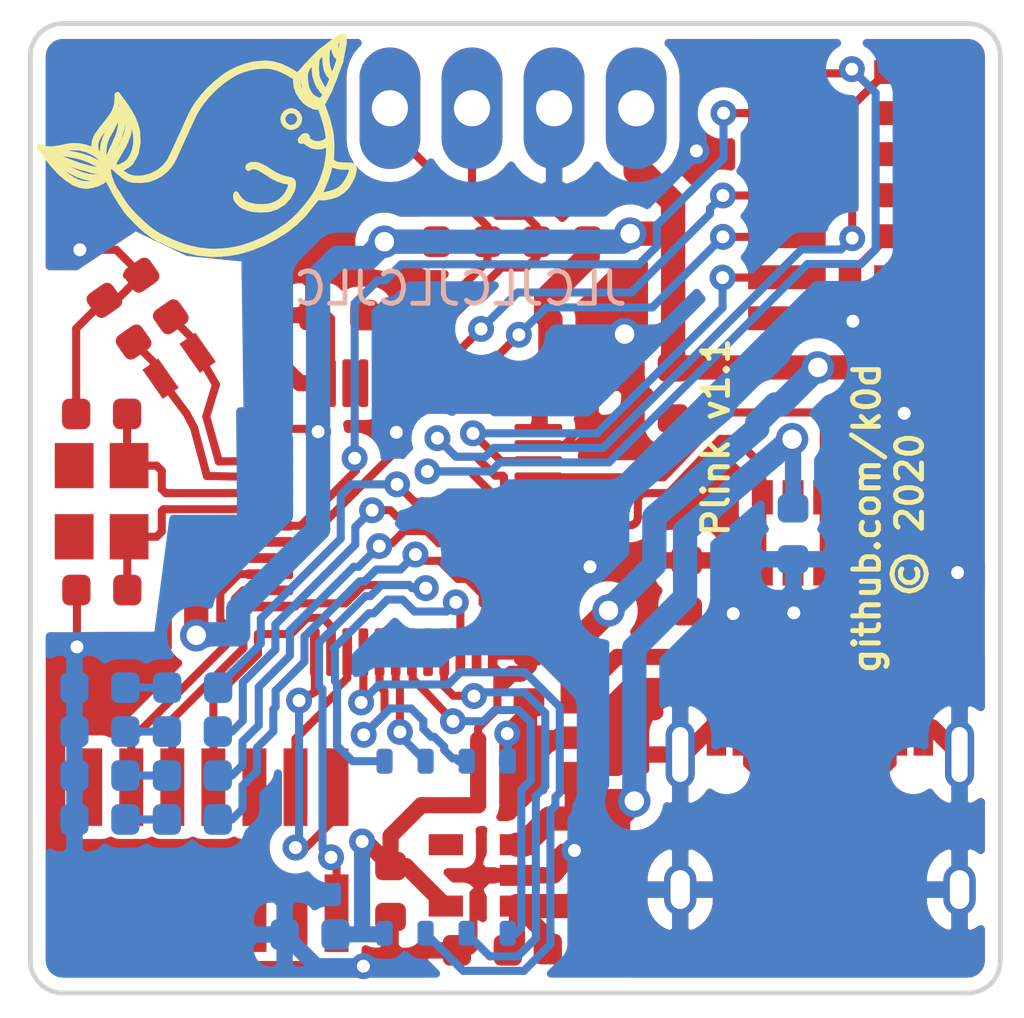
<source format=kicad_pcb>
(kicad_pcb (version 20171130) (host pcbnew "(5.1.6-0-10_14)")
  (title_block (title Plink) (date 2020-05-19) (rev v1.0) (company "(C) Mark Olsson <mark@markolsson.se>"))
  (layers (0 F.Cu signal hide) (31 B.Cu signal) (34 B.Paste user hide) (35 F.Paste user hide) (36 B.SilkS user hide) (37 F.SilkS user hide) (38 B.Mask user hide) (39 F.Mask user hide) (44 Edge.Cuts user))
  (net 0 "")
  (net 1 GND)
  (net 2 +5V)
  (net 3 +3V3)
  (net 4 "Net-(D1-Pad2)")
  (net 5 "Net-(IC1-Pad4)")
  (net 6 /I2C1_SCL)
  (net 7 /I2C1_SDA)
  (net 8 "Net-(D2-Pad2)")
  (net 9 /VCP_TX)
  (net 10 /VCP_RX)
  (net 11 /NRST)
  (net 12 /USB+)
  (net 13 /USB-)
  (net 14 /OSC_OUT)
  (net 15 /OSC_IN)
  (net 16 "Net-(D3-Pad2)")
  (net 17 "Net-(D4-Pad2)")
  (net 18 "Net-(D5-Pad2)")
  (net 19 "Net-(D6-Pad2)")
  (net 20 /BOOT0)
  (net 21 "Net-(R7-Pad1)")
  (net 22 /T_VCP_TX)
  (net 23 /T_VCP_RX)
  (net 24 /T_NRST)
  (net 25 "Net-(J3-Pad11)")
  (net 26 "Net-(J3-Pad10)")
  (net 27 "Net-(J3-Pad9)")
  (net 28 "Net-(J3-Pad3)")
  (net 29 "Net-(J3-Pad2)")
  (net 30 "Net-(J3-Pad1)")
  (net 31 "Net-(R8-Pad1)")
  (net 32 "Net-(R9-Pad1)")
  (net 33 /OSC32_IN)
  (net 34 /OSC32_OUT)
  (net 35 /SWO)
  (net 36 /SWCLK)
  (net 37 /SWDIO)
  (net 38 "Net-(J4-Pad11)")
  (net 39 "Net-(J4-Pad10)")
  (net 40 "Net-(J4-Pad9)")
  (net 41 /T_SWO)
  (net 42 /T_SWCLK)
  (net 43 /T_SWDIO)
  (net 44 "Net-(J4-Pad3)")
  (net 45 "Net-(J4-Pad2)")
  (net 46 "Net-(J4-Pad1)")
  (net 47 "Net-(R10-Pad1)")
  (net 48 /FLASH_CS)
  (net 49 /FLASH_D1)
  (net 50 /FLASH_D2)
  (net 51 /FLASH_D0)
  (net 52 /FLASH_CLK)
  (net 53 /FLASH_D3)
  (net 54 "Net-(U3-Pad46)")
  (net 55 "Net-(U3-Pad45)")
  (net 56 "Net-(U3-Pad41)")
  (net 57 "Net-(U3-Pad40)")
  (net 58 "Net-(U3-Pad38)")
  (net 59 "Net-(U3-Pad29)")
  (net 60 "Net-(U3-Pad20)")
  (net 61 "Net-(U3-Pad2)")
  (net 62 "Net-(J1-PadA5)")
  (net 63 "Net-(J1-PadB8)")
  (net 64 "Net-(J1-PadB5)")
  (net 65 "Net-(J1-PadA8)")
  (module 00_Components:OLED_i2c (layer B.Cu) (at 56.71 22 180)
    (fp_text reference J2)
    (fp_text value I2C_OLED)
    (pad 4 thru_hole oval (at 17.39 -2.12 180) (size 1.8796 3.7592) (drill 1.1176) (layers *.Cu *.Mask) (net 7 /I2C1_SDA))
    (pad 3 thru_hole oval (at 14.85 -2.12 180) (size 1.8796 3.7592) (drill 1.1176) (layers *.Cu *.Mask) (net 6 /I2C1_SCL))
    (pad 2 thru_hole oval (at 12.31 -2.12 180) (size 1.8796 3.7592) (drill 1.1176) (layers *.Cu *.Mask) (net 1 GND))
    (pad 1 thru_hole oval (at 9.77 -2.12 180) (size 1.8796 3.7592) (drill 1.1176) (layers *.Cu *.Mask) (net 3 +3V3))
  )
  (module 01_Packages:Crystal_2p_2012 (layer F.Cu) (at 32.8 32.09 35)
    (fp_text reference X3)
    (fp_text value "32.768KHz 12.5pF")
    (pad 2 smd rect (at 0.7 0 35) (size 0.6 1.1) (layers F.Cu F.Paste F.Mask) (net 33 /OSC32_IN))
    (pad 1 smd rect (at -0.7 0 35) (size 0.6 1.1) (layers F.Cu F.Paste F.Mask) (net 34 /OSC32_OUT))
  )
  (module 01_Packages:Crystal_4p_3225 (layer F.Cu) (at 30.404 36.28 90)
    (fp_text reference X2)
    (fp_text value "8MHz 8pF")
    (pad 4 smd rect (at -1.1 -0.85 90) (size 1.4 1.2) (layers F.Cu F.Paste F.Mask))
    (pad 3 smd rect (at 1.1 -0.85 90) (size 1.4 1.2) (layers F.Cu F.Paste F.Mask))
    (pad 2 smd rect (at 1.1 0.85 90) (size 1.4 1.2) (layers F.Cu F.Paste F.Mask) (net 15 /OSC_IN))
    (pad 1 smd rect (at -1.1 0.85 90) (size 1.4 1.2) (layers F.Cu F.Paste F.Mask) (net 14 /OSC_OUT))
  )
  (module 01_Packages:LQFP_48_7x7_0.5 (layer F.Cu) (at 39.75 36.79)
    (fp_text reference U3)
    (fp_text value STM32L433CCT6)
    (pad 48 smd roundrect (at -2.75 -4.1625) (size 0.3 1.475) (layers F.Cu F.Paste F.Mask) (net 3 +3V3))
    (pad 47 smd roundrect (at -2.25 -4.1625) (size 0.3 1.475) (layers F.Cu F.Paste F.Mask) (net 1 GND))
    (pad 46 smd roundrect (at -1.75 -4.1625) (size 0.3 1.475) (layers F.Cu F.Paste F.Mask) (net 54 "Net-(U3-Pad46)"))
    (pad 45 smd roundrect (at -1.25 -4.1625) (size 0.3 1.475) (layers F.Cu F.Paste F.Mask) (net 55 "Net-(U3-Pad45)"))
    (pad 44 smd roundrect (at -0.75 -4.1625) (size 0.3 1.475) (layers F.Cu F.Paste F.Mask) (net 20 /BOOT0))
    (pad 43 smd roundrect (at -0.25 -4.1625) (size 0.3 1.475) (layers F.Cu F.Paste F.Mask) (net 7 /I2C1_SDA))
    (pad 42 smd roundrect (at 0.25 -4.1625) (size 0.3 1.475) (layers F.Cu F.Paste F.Mask) (net 6 /I2C1_SCL))
    (pad 41 smd roundrect (at 0.75 -4.1625) (size 0.3 1.475) (layers F.Cu F.Paste F.Mask) (net 56 "Net-(U3-Pad41)"))
    (pad 40 smd roundrect (at 1.25 -4.1625) (size 0.3 1.475) (layers F.Cu F.Paste F.Mask) (net 57 "Net-(U3-Pad40)"))
    (pad 39 smd roundrect (at 1.75 -4.1625) (size 0.3 1.475) (layers F.Cu F.Paste F.Mask) (net 35 /SWO))
    (pad 38 smd roundrect (at 2.25 -4.1625) (size 0.3 1.475) (layers F.Cu F.Paste F.Mask) (net 58 "Net-(U3-Pad38)"))
    (pad 37 smd roundrect (at 2.75 -4.1625) (size 0.3 1.475) (layers F.Cu F.Paste F.Mask) (net 36 /SWCLK))
    (pad 36 smd roundrect (at 4.1625 -2.75) (size 1.475 0.3) (layers F.Cu F.Paste F.Mask) (net 3 +3V3))
    (pad 35 smd roundrect (at 4.1625 -2.25) (size 1.475 0.3) (layers F.Cu F.Paste F.Mask) (net 1 GND))
    (pad 34 smd roundrect (at 4.1625 -1.75) (size 1.475 0.3) (layers F.Cu F.Paste F.Mask) (net 37 /SWDIO))
    (pad 33 smd roundrect (at 4.1625 -1.25) (size 1.475 0.3) (layers F.Cu F.Paste F.Mask) (net 12 /USB+))
    (pad 32 smd roundrect (at 4.1625 -0.75) (size 1.475 0.3) (layers F.Cu F.Paste F.Mask) (net 13 /USB-))
    (pad 31 smd roundrect (at 4.1625 -0.25) (size 1.475 0.3) (layers F.Cu F.Paste F.Mask) (net 10 /VCP_RX))
    (pad 30 smd roundrect (at 4.1625 0.25) (size 1.475 0.3) (layers F.Cu F.Paste F.Mask) (net 9 /VCP_TX))
    (pad 29 smd roundrect (at 4.1625 0.75) (size 1.475 0.3) (layers F.Cu F.Paste F.Mask) (net 59 "Net-(U3-Pad29)"))
    (pad 28 smd roundrect (at 4.1625 1.25) (size 1.475 0.3) (layers F.Cu F.Paste F.Mask) (net 47 "Net-(R10-Pad1)"))
    (pad 27 smd roundrect (at 4.1625 1.75) (size 1.475 0.3) (layers F.Cu F.Paste F.Mask) (net 32 "Net-(R9-Pad1)"))
    (pad 26 smd roundrect (at 4.1625 2.25) (size 1.475 0.3) (layers F.Cu F.Paste F.Mask) (net 31 "Net-(R8-Pad1)"))
    (pad 25 smd roundrect (at 4.1625 2.75) (size 1.475 0.3) (layers F.Cu F.Paste F.Mask) (net 21 "Net-(R7-Pad1)"))
    (pad 24 smd roundrect (at 2.75 4.1625) (size 0.3 1.475) (layers F.Cu F.Paste F.Mask) (net 3 +3V3))
    (pad 23 smd roundrect (at 2.25 4.1625) (size 0.3 1.475) (layers F.Cu F.Paste F.Mask) (net 1 GND))
    (pad 22 smd roundrect (at 1.75 4.1625) (size 0.3 1.475) (layers F.Cu F.Paste F.Mask) (net 48 /FLASH_CS))
    (pad 21 smd roundrect (at 1.25 4.1625) (size 0.3 1.475) (layers F.Cu F.Paste F.Mask) (net 52 /FLASH_CLK))
    (pad 20 smd roundrect (at 0.75 4.1625) (size 0.3 1.475) (layers F.Cu F.Paste F.Mask) (net 60 "Net-(U3-Pad20)"))
    (pad 19 smd roundrect (at 0.25 4.1625) (size 0.3 1.475) (layers F.Cu F.Paste F.Mask) (net 51 /FLASH_D0))
    (pad 18 smd roundrect (at -0.25 4.1625) (size 0.3 1.475) (layers F.Cu F.Paste F.Mask) (net 49 /FLASH_D1))
    (pad 17 smd roundrect (at -0.75 4.1625) (size 0.3 1.475) (layers F.Cu F.Paste F.Mask) (net 50 /FLASH_D2))
    (pad 16 smd roundrect (at -1.25 4.1625) (size 0.3 1.475) (layers F.Cu F.Paste F.Mask) (net 53 /FLASH_D3))
    (pad 15 smd roundrect (at -1.75 4.1625) (size 0.3 1.475) (layers F.Cu F.Paste F.Mask) (net 24 /T_NRST))
    (pad 14 smd roundrect (at -2.25 4.1625) (size 0.3 1.475) (layers F.Cu F.Paste F.Mask) (net 41 /T_SWO))
    (pad 13 smd roundrect (at -2.75 4.1625) (size 0.3 1.475) (layers F.Cu F.Paste F.Mask) (net 22 /T_VCP_TX))
    (pad 12 smd roundrect (at -4.1625 2.75) (size 1.475 0.3) (layers F.Cu F.Paste F.Mask) (net 23 /T_VCP_RX))
    (pad 11 smd roundrect (at -4.1625 2.25) (size 1.475 0.3) (layers F.Cu F.Paste F.Mask) (net 42 /T_SWCLK))
    (pad 10 smd roundrect (at -4.1625 1.75) (size 1.475 0.3) (layers F.Cu F.Paste F.Mask) (net 43 /T_SWDIO))
    (pad 9 smd roundrect (at -4.1625 1.25) (size 1.475 0.3) (layers F.Cu F.Paste F.Mask) (net 3 +3V3))
    (pad 8 smd roundrect (at -4.1625 0.75) (size 1.475 0.3) (layers F.Cu F.Paste F.Mask) (net 1 GND))
    (pad 7 smd roundrect (at -4.1625 0.25) (size 1.475 0.3) (layers F.Cu F.Paste F.Mask) (net 11 /NRST))
    (pad 6 smd roundrect (at -4.1625 -0.25) (size 1.475 0.3) (layers F.Cu F.Paste F.Mask) (net 14 /OSC_OUT))
    (pad 5 smd roundrect (at -4.1625 -0.75) (size 1.475 0.3) (layers F.Cu F.Paste F.Mask) (net 15 /OSC_IN))
    (pad 4 smd roundrect (at -4.1625 -1.25) (size 1.475 0.3) (layers F.Cu F.Paste F.Mask) (net 34 /OSC32_OUT))
    (pad 3 smd roundrect (at -4.1625 -1.75) (size 1.475 0.3) (layers F.Cu F.Paste F.Mask) (net 33 /OSC32_IN))
    (pad 2 smd roundrect (at -4.1625 -2.25) (size 1.475 0.3) (layers F.Cu F.Paste F.Mask) (net 61 "Net-(U3-Pad2)"))
    (pad 1 smd roundrect (at -4.1625 -2.75) (size 1.475 0.3) (layers F.Cu F.Paste F.Mask) (net 3 +3V3))
  )
  (module 01_Packages:WSON_8_6x5_1.27 (layer B.Cu) (at 41.06 46.99 270)
    (fp_text reference U1)
    (fp_text value "W25Q128JVPIM TR")
    (pad 8 smd roundrect (at 2.6625 1.905 270) (size 0.775 0.5) (layers B.Cu B.Paste B.Mask) (net 3 +3V3))
    (pad 7 smd roundrect (at 2.6625 0.635 270) (size 0.775 0.5) (layers B.Cu B.Paste B.Mask) (net 53 /FLASH_D3))
    (pad 6 smd roundrect (at 2.6625 -0.635 270) (size 0.775 0.5) (layers B.Cu B.Paste B.Mask) (net 52 /FLASH_CLK))
    (pad 5 smd roundrect (at 2.6625 -1.905 270) (size 0.775 0.5) (layers B.Cu B.Paste B.Mask) (net 51 /FLASH_D0))
    (pad 4 smd roundrect (at -2.6625 -1.905 270) (size 0.775 0.5) (layers B.Cu B.Paste B.Mask) (net 1 GND))
    (pad 3 smd roundrect (at -2.6625 -0.635 270) (size 0.775 0.5) (layers B.Cu B.Paste B.Mask) (net 50 /FLASH_D2))
    (pad 2 smd roundrect (at -2.6625 0.635 270) (size 0.775 0.5) (layers B.Cu B.Paste B.Mask) (net 49 /FLASH_D1))
    (pad 1 smd roundrect (at -2.6625 1.905 270) (size 0.775 0.5) (layers B.Cu B.Paste B.Mask) (net 48 /FLASH_CS))
  )
  (module 01_Passives:R_0603 (layer F.Cu) (at 56.2 40 180)
    (fp_text reference R11)
    (fp_text value 5k1)
    (pad 2 smd roundrect (at 0.7875 0 180) (size 0.875 0.95) (layers F.Cu F.Paste F.Mask) (net 64 "Net-(J1-PadB5)"))
    (pad 1 smd roundrect (at -0.7875 0 180) (size 0.875 0.95) (layers F.Cu F.Paste F.Mask) (net 1 GND))
  )
  (module 01_Passives:R_0603 (layer B.Cu) (at 33.22 42.05 180)
    (fp_text reference R10)
    (fp_text value 330)
    (pad 2 smd roundrect (at 0.7875 0 180) (size 0.875 0.95) (layers B.Cu B.Paste B.Mask) (net 19 "Net-(D6-Pad2)"))
    (pad 1 smd roundrect (at -0.7875 0 180) (size 0.875 0.95) (layers B.Cu B.Paste B.Mask) (net 47 "Net-(R10-Pad1)"))
  )
  (module 01_Passives:R_0603 (layer B.Cu) (at 33.21 43.41 180)
    (fp_text reference R9)
    (fp_text value 330)
    (pad 2 smd roundrect (at 0.7875 0 180) (size 0.875 0.95) (layers B.Cu B.Paste B.Mask) (net 18 "Net-(D5-Pad2)"))
    (pad 1 smd roundrect (at -0.7875 0 180) (size 0.875 0.95) (layers B.Cu B.Paste B.Mask) (net 32 "Net-(R9-Pad1)"))
  )
  (module 01_Passives:R_0603 (layer B.Cu) (at 33.21 44.77 180)
    (fp_text reference R8)
    (fp_text value 330)
    (pad 2 smd roundrect (at 0.7875 0 180) (size 0.875 0.95) (layers B.Cu B.Paste B.Mask) (net 17 "Net-(D4-Pad2)"))
    (pad 1 smd roundrect (at -0.7875 0 180) (size 0.875 0.95) (layers B.Cu B.Paste B.Mask) (net 31 "Net-(R8-Pad1)"))
  )
  (module 01_Passives:R_0603 (layer B.Cu) (at 33.21 46.13 180)
    (fp_text reference R7)
    (fp_text value 330)
    (pad 2 smd roundrect (at 0.7875 0 180) (size 0.875 0.95) (layers B.Cu B.Paste B.Mask) (net 16 "Net-(D3-Pad2)"))
    (pad 1 smd roundrect (at -0.7875 0 180) (size 0.875 0.95) (layers B.Cu B.Paste B.Mask) (net 21 "Net-(R7-Pad1)"))
  )
  (module 01_Passives:R_0603 (layer F.Cu) (at 56.91 33.5 270)
    (fp_text reference R6)
    (fp_text value 330)
    (pad 2 smd roundrect (at 0.7875 0 270) (size 0.875 0.95) (layers F.Cu F.Paste F.Mask) (net 8 "Net-(D2-Pad2)"))
    (pad 1 smd roundrect (at -0.7875 0 270) (size 0.875 0.95) (layers F.Cu F.Paste F.Mask) (net 3 +3V3))
  )
  (module 01_Passives:R_0603 (layer F.Cu) (at 48.08 32.93 270)
    (fp_text reference R5)
    (fp_text value 1k5)
    (pad 2 smd roundrect (at 0.7875 0 270) (size 0.875 0.95) (layers F.Cu F.Paste F.Mask) (net 12 /USB+))
    (pad 1 smd roundrect (at -0.7875 0 270) (size 0.875 0.95) (layers F.Cu F.Paste F.Mask) (net 3 +3V3))
  )
  (module 01_Passives:R_0603 (layer F.Cu) (at 41.55 28.25 180)
    (fp_text reference R4)
    (fp_text value 4.7k)
    (pad 2 smd roundrect (at 0.7875 0 180) (size 0.875 0.95) (layers F.Cu F.Paste F.Mask) (net 3 +3V3))
    (pad 1 smd roundrect (at -0.7875 0 180) (size 0.875 0.95) (layers F.Cu F.Paste F.Mask) (net 7 /I2C1_SDA))
  )
  (module 01_Passives:R_0603 (layer F.Cu) (at 44.65 28.25)
    (fp_text reference R3)
    (fp_text value 4.7k)
    (pad 2 smd roundrect (at 0.7875 0) (size 0.875 0.95) (layers F.Cu F.Paste F.Mask) (net 3 +3V3))
    (pad 1 smd roundrect (at -0.7875 0) (size 0.875 0.95) (layers F.Cu F.Paste F.Mask) (net 6 /I2C1_SCL))
  )
  (module 01_Passives:R_0603 (layer F.Cu) (at 48.5 38.9 270)
    (fp_text reference R2)
    (fp_text value 5k1)
    (pad 2 smd roundrect (at 0.7875 0 270) (size 0.875 0.95) (layers F.Cu F.Paste F.Mask) (net 62 "Net-(J1-PadA5)"))
    (pad 1 smd roundrect (at -0.7875 0 270) (size 0.875 0.95) (layers F.Cu F.Paste F.Mask) (net 1 GND))
  )
  (module 01_Passives:R_0603 (layer F.Cu) (at 37.74 30.52 180)
    (fp_text reference R1)
    (fp_text value 100k)
    (pad 2 smd roundrect (at 0.7875 0 180) (size 0.875 0.95) (layers F.Cu F.Paste F.Mask) (net 1 GND))
    (pad 1 smd roundrect (at -0.7875 0 180) (size 0.875 0.95) (layers F.Cu F.Paste F.Mask) (net 20 /BOOT0))
  )
  (module 01_Connectors:USB_C_Socket-C319148 (layer F.Cu) (at 52.62 46.43)
    (fp_text reference J1)
    (fp_text value USB_C_Socket_USB2.0)
    (pad A12 smd rect (at 3.35 -3.15) (size 0.3 1.75) (layers F.Cu F.Paste F.Mask) (net 1 GND))
    (pad B1 smd rect (at 3.05 -3.15) (size 0.3 1.75) (layers F.Cu F.Paste F.Mask) (net 1 GND))
    (pad B4 smd rect (at 2.25 -3.15) (size 0.3 1.75) (layers F.Cu F.Paste F.Mask) (net 4 "Net-(D1-Pad2)"))
    (pad A9 smd rect (at 2.55 -3.15) (size 0.3 1.75) (layers F.Cu F.Paste F.Mask) (net 4 "Net-(D1-Pad2)"))
    (pad B9 smd rect (at -2.25 -3.15) (size 0.3 1.75) (layers F.Cu F.Paste F.Mask) (net 4 "Net-(D1-Pad2)"))
    (pad A4 smd rect (at -2.55 -3.15) (size 0.3 1.75) (layers F.Cu F.Paste F.Mask) (net 4 "Net-(D1-Pad2)"))
    (pad B12 smd rect (at -3.05 -3.15) (size 0.3 1.75) (layers F.Cu F.Paste F.Mask) (net 1 GND))
    (pad A1 smd rect (at -3.35 -3.15) (size 0.3 1.75) (layers F.Cu F.Paste F.Mask) (net 1 GND))
    (pad A6 smd rect (at -0.25 -3.15) (size 0.3 1.75) (layers F.Cu F.Paste F.Mask) (net 12 /USB+))
    (pad A5 smd rect (at -1.25 -3.15) (size 0.3 1.75) (layers F.Cu F.Paste F.Mask) (net 62 "Net-(J1-PadA5)"))
    (pad B8 smd rect (at -1.75 -3.15) (size 0.3 1.75) (layers F.Cu F.Paste F.Mask) (net 63 "Net-(J1-PadB8)"))
    (pad B7 smd rect (at -0.75 -3.15) (size 0.3 1.75) (layers F.Cu F.Paste F.Mask) (net 13 /USB-))
    (pad B5 smd rect (at 1.75 -3.15) (size 0.3 1.75) (layers F.Cu F.Paste F.Mask) (net 64 "Net-(J1-PadB5)"))
    (pad A8 smd rect (at 1.25 -3.15) (size 0.3 1.75) (layers F.Cu F.Paste F.Mask) (net 65 "Net-(J1-PadA8)"))
    (pad B6 smd rect (at 0.75 -3.15) (size 0.3 1.75) (layers F.Cu F.Paste F.Mask) (net 12 /USB+))
    (pad A7 smd rect (at 0.25 -3.15) (size 0.3 1.75) (layers F.Cu F.Paste F.Mask) (net 13 /USB-))
    (pad "" np_thru_hole circle (at 2.89 -1.81) (size 0.65 0.65) (drill 0.65) (layers *.Cu *.Mask))
    (pad "" np_thru_hole circle (at -2.89 -1.81) (size 0.65 0.65) (drill 0.65) (layers *.Cu *.Mask))
    (pad S1 thru_hole oval (at 4.32 -2.31) (size 0.9 2.1) (drill oval 0.5 1.7) (layers *.Cu *.Paste *.Mask) (net 1 GND))
    (pad S1 thru_hole oval (at -4.32 -2.31) (size 0.9 2.1) (drill oval 0.5 1.7) (layers *.Cu *.Paste *.Mask) (net 1 GND))
    (pad S1 thru_hole oval (at 4.32 1.87) (size 1 1.6) (drill oval 0.6 1.2) (layers *.Cu *.Paste *.Mask) (net 1 GND))
    (pad S1 thru_hole oval (at -4.32 1.87) (size 1 1.6) (drill oval 0.6 1.2) (layers *.Cu *.Paste *.Mask) (net 1 GND))
  )
  (module 01_Passives:LED_0603 (layer B.Cu) (at 30.35 42.05)
    (fp_text reference D6)
    (fp_text value YELLOW)
    (pad 2 smd roundrect (at 0.7875 0) (size 0.875 0.95) (layers B.Cu B.Paste B.Mask) (net 19 "Net-(D6-Pad2)"))
    (pad 1 smd roundrect (at -0.7875 0) (size 0.875 0.95) (layers B.Cu B.Paste B.Mask) (net 1 GND))
  )
  (module 01_Passives:LED_0603 (layer B.Cu) (at 30.35 43.41)
    (fp_text reference D5)
    (fp_text value BLUE)
    (pad 2 smd roundrect (at 0.7875 0) (size 0.875 0.95) (layers B.Cu B.Paste B.Mask) (net 18 "Net-(D5-Pad2)"))
    (pad 1 smd roundrect (at -0.7875 0) (size 0.875 0.95) (layers B.Cu B.Paste B.Mask) (net 1 GND))
  )
  (module 01_Passives:LED_0603 (layer B.Cu) (at 30.35 44.77)
    (fp_text reference D4)
    (fp_text value GREEN)
    (pad 2 smd roundrect (at 0.7875 0) (size 0.875 0.95) (layers B.Cu B.Paste B.Mask) (net 17 "Net-(D4-Pad2)"))
    (pad 1 smd roundrect (at -0.7875 0) (size 0.875 0.95) (layers B.Cu B.Paste B.Mask) (net 1 GND))
  )
  (module 01_Passives:LED_0603 (layer B.Cu) (at 30.35 46.13)
    (fp_text reference D3)
    (fp_text value RED)
    (pad 2 smd roundrect (at 0.7875 0) (size 0.875 0.95) (layers B.Cu B.Paste B.Mask) (net 16 "Net-(D3-Pad2)"))
    (pad 1 smd roundrect (at -0.7875 0) (size 0.875 0.95) (layers B.Cu B.Paste B.Mask) (net 1 GND))
  )
  (module 01_Passives:LED_0603 (layer F.Cu) (at 56.92 36.41 90)
    (fp_text reference D2)
    (fp_text value GREEN)
    (pad 2 smd roundrect (at 0.7875 0 90) (size 0.875 0.95) (layers F.Cu F.Paste F.Mask) (net 8 "Net-(D2-Pad2)"))
    (pad 1 smd roundrect (at -0.7875 0 90) (size 0.875 0.95) (layers F.Cu F.Paste F.Mask) (net 1 GND))
  )
  (module 01_Passives:D_SOD_323 (layer F.Cu) (at 45.1 43.6 90)
    (fp_text reference D1)
    (fp_text value BAT60A)
    (pad 2 smd rect (at 1.25 0 90) (size 1 1) (layers F.Cu F.Paste F.Mask) (net 4 "Net-(D1-Pad2)"))
    (pad 1 smd rect (at -1.25 0 90) (size 1 1) (layers F.Cu F.Paste F.Mask) (net 2 +5V))
  )
  (module 01_Passives:C_0603 (layer F.Cu) (at 33.25 38.12 270)
    (fp_text reference C13)
    (fp_text value 100nF)
    (pad 2 smd roundrect (at 0.7875 0 270) (size 0.875 0.95) (layers F.Cu F.Paste F.Mask) (net 3 +3V3))
    (pad 1 smd roundrect (at -0.7875 0 270) (size 0.875 0.95) (layers F.Cu F.Paste F.Mask) (net 1 GND))
  )
  (module 01_Passives:C_0603 (layer F.Cu) (at 35.54 31.32 270)
    (fp_text reference C12)
    (fp_text value 100nF)
    (pad 2 smd roundrect (at 0.7875 0 270) (size 0.875 0.95) (layers F.Cu F.Paste F.Mask) (net 3 +3V3))
    (pad 1 smd roundrect (at -0.7875 0 270) (size 0.875 0.95) (layers F.Cu F.Paste F.Mask) (net 1 GND))
  )
  (module 01_Passives:C_0603 (layer F.Cu) (at 44.74 32.62 180)
    (fp_text reference C11)
    (fp_text value 100nF)
    (pad 2 smd roundrect (at 0.7875 0 180) (size 0.875 0.95) (layers F.Cu F.Paste F.Mask) (net 3 +3V3))
    (pad 1 smd roundrect (at -0.7875 0 180) (size 0.875 0.95) (layers F.Cu F.Paste F.Mask) (net 1 GND))
  )
  (module 01_Passives:C_0603 (layer F.Cu) (at 43.62 41.72 90)
    (fp_text reference C10)
    (fp_text value 100nF)
    (pad 2 smd roundrect (at 0.7875 0 90) (size 0.875 0.95) (layers F.Cu F.Paste F.Mask) (net 3 +3V3))
    (pad 1 smd roundrect (at -0.7875 0 90) (size 0.875 0.95) (layers F.Cu F.Paste F.Mask) (net 1 GND))
  )
  (module 01_Passives:C_0603 (layer B.Cu) (at 51.79 37.29 270)
    (fp_text reference C9)
    (fp_text value 100nF)
    (pad 2 smd roundrect (at 0.7875 0 270) (size 0.875 0.95) (layers B.Cu B.Paste B.Mask) (net 1 GND))
    (pad 1 smd roundrect (at -0.7875 0 270) (size 0.875 0.95) (layers B.Cu B.Paste B.Mask) (net 2 +5V))
  )
  (module 01_Passives:C_0603 (layer F.Cu) (at 39.34 48.36 270)
    (fp_text reference C8)
    (fp_text value 1uF)
    (pad 2 smd roundrect (at 0.7875 0 270) (size 0.875 0.95) (layers F.Cu F.Paste F.Mask) (net 1 GND))
    (pad 1 smd roundrect (at -0.7875 0 270) (size 0.875 0.95) (layers F.Cu F.Paste F.Mask) (net 3 +3V3))
  )
  (module 01_Passives:C_0603 (layer F.Cu) (at 30.94 30.71 125)
    (fp_text reference C7)
    (fp_text value 3.9pF)
    (pad 2 smd roundrect (at 0.7875 0 125) (size 0.875 0.95) (layers F.Cu F.Paste F.Mask) (net 1 GND))
    (pad 1 smd roundrect (at -0.7875 0 125) (size 0.875 0.95) (layers F.Cu F.Paste F.Mask) (net 34 /OSC32_OUT))
  )
  (module 01_Passives:C_0603 (layer F.Cu) (at 32.09 29.93 125)
    (fp_text reference C6)
    (fp_text value 3.9pF)
    (pad 2 smd roundrect (at 0.7875 0 125) (size 0.875 0.95) (layers F.Cu F.Paste F.Mask) (net 1 GND))
    (pad 1 smd roundrect (at -0.7875 0 125) (size 0.875 0.95) (layers F.Cu F.Paste F.Mask) (net 33 /OSC32_IN))
  )
  (module 01_Passives:C_0603 (layer F.Cu) (at 42.18 50.18)
    (fp_text reference C5)
    (fp_text value 1uF)
    (pad 2 smd roundrect (at 0.7875 0) (size 0.875 0.95) (layers F.Cu F.Paste F.Mask) (net 2 +5V))
    (pad 1 smd roundrect (at -0.7875 0) (size 0.875 0.95) (layers F.Cu F.Paste F.Mask) (net 1 GND))
  )
  (module 01_Passives:C_0603 (layer B.Cu) (at 36.85 49.69)
    (fp_text reference C4)
    (fp_text value 100nF)
    (pad 2 smd roundrect (at 0.7875 0) (size 0.875 0.95) (layers B.Cu B.Paste B.Mask) (net 3 +3V3))
    (pad 1 smd roundrect (at -0.7875 0) (size 0.875 0.95) (layers B.Cu B.Paste B.Mask) (net 1 GND))
  )
  (module 01_Passives:C_0603 (layer F.Cu) (at 44.99 50.14 180)
    (fp_text reference C3)
    (fp_text value 100nF)
    (pad 2 smd roundrect (at 0.7875 0 180) (size 0.875 0.95) (layers F.Cu F.Paste F.Mask) (net 2 +5V))
    (pad 1 smd roundrect (at -0.7875 0 180) (size 0.875 0.95) (layers F.Cu F.Paste F.Mask) (net 1 GND))
  )
  (module 01_Passives:C_0603 (layer F.Cu) (at 30.41 39.03 180)
    (fp_text reference C2)
    (fp_text value 10pF)
    (pad 2 smd roundrect (at 0.7875 0 180) (size 0.875 0.95) (layers F.Cu F.Paste F.Mask) (net 1 GND))
    (pad 1 smd roundrect (at -0.7875 0 180) (size 0.875 0.95) (layers F.Cu F.Paste F.Mask) (net 14 /OSC_OUT))
  )
  (module 01_Passives:C_0603 (layer F.Cu) (at 30.404 33.58 180)
    (fp_text reference C1)
    (fp_text value 10pF)
    (pad 2 smd roundrect (at 0.7875 0 180) (size 0.875 0.95) (layers F.Cu F.Paste F.Mask) (net 1 GND))
    (pad 1 smd roundrect (at -0.7875 0 180) (size 0.875 0.95) (layers F.Cu F.Paste F.Mask) (net 15 /OSC_IN))
  )
  (module 01_Packages:SOT-23-6 (layer F.Cu) (at 51.79 37.26 90)
    (fp_text reference U2)
    (fp_text value USBLC6-2SC6)
    (pad 5 smd rect (at 1.1 0 90) (size 1.06 0.65) (layers F.Cu F.Paste F.Mask) (net 2 +5V))
    (pad 6 smd rect (at 1.1 -0.95 90) (size 1.06 0.65) (layers F.Cu F.Paste F.Mask) (net 13 /USB-))
    (pad 4 smd rect (at 1.1 0.95 90) (size 1.06 0.65) (layers F.Cu F.Paste F.Mask) (net 12 /USB+))
    (pad 3 smd rect (at -1.1 0.95 90) (size 1.06 0.65) (layers F.Cu F.Paste F.Mask) (net 12 /USB+))
    (pad 2 smd rect (at -1.1 0 90) (size 1.06 0.65) (layers F.Cu F.Paste F.Mask) (net 1 GND))
    (pad 1 smd rect (at -1.1 -0.95 90) (size 1.06 0.65) (layers F.Cu F.Paste F.Mask) (net 13 /USB-))
  )
  (module 01_Headers_1.27:M_2x07_1.27_V_SMD (layer F.Cu) (at 33.86 47.08 90)
    (fp_text reference J4)
    (fp_text value "Target STDC14")
    (pad 14 smd rect (at 1.95 3.81 90) (size 2.4 0.74) (layers F.Cu F.Paste F.Mask) (net 22 /T_VCP_TX))
    (pad 13 smd rect (at -1.95 3.81 90) (size 2.4 0.74) (layers F.Cu F.Paste F.Mask) (net 23 /T_VCP_RX))
    (pad 12 smd rect (at 1.95 2.54 90) (size 2.4 0.74) (layers F.Cu F.Paste F.Mask) (net 24 /T_NRST))
    (pad 11 smd rect (at -1.95 2.54 90) (size 2.4 0.74) (layers F.Cu F.Paste F.Mask) (net 38 "Net-(J4-Pad11)"))
    (pad 10 smd rect (at 1.95 1.27 90) (size 2.4 0.74) (layers F.Cu F.Paste F.Mask) (net 39 "Net-(J4-Pad10)"))
    (pad 9 smd rect (at -1.95 1.27 90) (size 2.4 0.74) (layers F.Cu F.Paste F.Mask) (net 40 "Net-(J4-Pad9)"))
    (pad 8 smd rect (at 1.95 0 90) (size 2.4 0.74) (layers F.Cu F.Paste F.Mask) (net 41 /T_SWO))
    (pad 7 smd rect (at -1.95 0 90) (size 2.4 0.74) (layers F.Cu F.Paste F.Mask) (net 1 GND))
    (pad 6 smd rect (at 1.95 -1.27 90) (size 2.4 0.74) (layers F.Cu F.Paste F.Mask) (net 42 /T_SWCLK))
    (pad 5 smd rect (at -1.95 -1.27 90) (size 2.4 0.74) (layers F.Cu F.Paste F.Mask) (net 1 GND))
    (pad 4 smd rect (at 1.95 -2.54 90) (size 2.4 0.74) (layers F.Cu F.Paste F.Mask) (net 43 /T_SWDIO))
    (pad 3 smd rect (at -1.95 -2.54 90) (size 2.4 0.74) (layers F.Cu F.Paste F.Mask) (net 44 "Net-(J4-Pad3)"))
    (pad 2 smd rect (at 1.95 -3.81 90) (size 2.4 0.74) (layers F.Cu F.Paste F.Mask) (net 45 "Net-(J4-Pad2)"))
    (pad 1 smd rect (at -1.95 -3.81 90) (size 2.4 0.74) (layers F.Cu F.Paste F.Mask) (net 46 "Net-(J4-Pad1)"))
  )
  (module 01_Headers_1.27:M_2x07_1.27_V_SMD (layer F.Cu) (at 53.55 26.81 180)
    (fp_text reference J3)
    (fp_text value STDC14)
    (pad 14 smd rect (at 1.95 3.81 180) (size 2.4 0.74) (layers F.Cu F.Paste F.Mask) (net 9 /VCP_TX))
    (pad 13 smd rect (at -1.95 3.81 180) (size 2.4 0.74) (layers F.Cu F.Paste F.Mask) (net 10 /VCP_RX))
    (pad 12 smd rect (at 1.95 2.54 180) (size 2.4 0.74) (layers F.Cu F.Paste F.Mask) (net 11 /NRST))
    (pad 11 smd rect (at -1.95 2.54 180) (size 2.4 0.74) (layers F.Cu F.Paste F.Mask) (net 25 "Net-(J3-Pad11)"))
    (pad 10 smd rect (at 1.95 1.27 180) (size 2.4 0.74) (layers F.Cu F.Paste F.Mask) (net 26 "Net-(J3-Pad10)"))
    (pad 9 smd rect (at -1.95 1.27 180) (size 2.4 0.74) (layers F.Cu F.Paste F.Mask) (net 27 "Net-(J3-Pad9)"))
    (pad 8 smd rect (at 1.95 0 180) (size 2.4 0.74) (layers F.Cu F.Paste F.Mask) (net 35 /SWO))
    (pad 7 smd rect (at -1.95 0 180) (size 2.4 0.74) (layers F.Cu F.Paste F.Mask) (net 1 GND))
    (pad 6 smd rect (at 1.95 -1.27 180) (size 2.4 0.74) (layers F.Cu F.Paste F.Mask) (net 36 /SWCLK))
    (pad 5 smd rect (at -1.95 -1.27 180) (size 2.4 0.74) (layers F.Cu F.Paste F.Mask) (net 1 GND))
    (pad 4 smd rect (at 1.95 -2.54 180) (size 2.4 0.74) (layers F.Cu F.Paste F.Mask) (net 37 /SWDIO))
    (pad 3 smd rect (at -1.95 -2.54 180) (size 2.4 0.74) (layers F.Cu F.Paste F.Mask) (net 28 "Net-(J3-Pad3)"))
    (pad 2 smd rect (at 1.95 -3.81 180) (size 2.4 0.74) (layers F.Cu F.Paste F.Mask) (net 29 "Net-(J3-Pad2)"))
    (pad 1 smd rect (at -1.95 -3.81 180) (size 2.4 0.74) (layers F.Cu F.Paste F.Mask) (net 30 "Net-(J3-Pad1)"))
  )
  (module 01_Packages:SOT-23-5 (layer F.Cu) (at 42.15 47.86 180)
    (fp_text reference IC1)
    (fp_text value TLV75533PDBV)
    (pad 5 smd rect (at 1.1 -0.95 180) (size 1.06 0.65) (layers F.Cu F.Paste F.Mask) (net 3 +3V3))
    (pad 4 smd rect (at 1.1 0.95 180) (size 1.06 0.65) (layers F.Cu F.Paste F.Mask) (net 5 "Net-(IC1-Pad4)"))
    (pad 3 smd rect (at -1.1 0.95 180) (size 1.06 0.65) (layers F.Cu F.Paste F.Mask) (net 2 +5V))
    (pad 2 smd rect (at -1.1 0 180) (size 1.06 0.65) (layers F.Cu F.Paste F.Mask) (net 1 GND))
    (pad 1 smd rect (at -1.1 -0.95 180) (size 1.06 0.65) (layers F.Cu F.Paste F.Mask) (net 2 +5V))
  )
  (module 00_Graphics:Narwahl (layer F.Cu) (at 33.55 25.22 357)
    (fp_text reference X1 hide)
    (fp_text value Narwahl hide)
  )
  (gr_text "© 2020" (at 55.4 36.7 90) (layer F.SilkS) (effects (font (size 0.8 0.8) (thickness 0.153))))
  (gr_text github.com/k0d (at 54.07 36.8 90) (layer F.SilkS) (effects (font (size 0.8 0.8) (thickness 0.153))))
  (gr_text JLCJLCJLCJLC (at 41.5 29.7) (layer B.SilkS) (effects (font (size 1 1)) (justify mirror)))
  (gr_text "Plink v1.1" (at 49.4 34.3 90) (layer F.SilkS) (effects (font (size 0.8 0.8) (thickness 0.153))))
  (gr_arc (start 29.2 22.5) (end 29.2 21.5) (angle -90) (layer Edge.Cuts) (width 0.15))
  (gr_arc (start 57.2 22.5) (end 58.2 22.5) (angle -90) (layer Edge.Cuts) (width 0.15))
  (gr_arc (start 57.2 50.5) (end 57.2 51.5) (angle -90) (layer Edge.Cuts) (width 0.15))
  (gr_arc (start 29.2 50.5) (end 28.2 50.5) (angle -90) (layer Edge.Cuts) (width 0.15))
  (gr_line (start 28.2 50.5) (end 28.2 22.5) (layer Edge.Cuts) (width 0.15))
  (gr_line (start 57.2 51.5) (end 29.2 51.5) (layer Edge.Cuts) (width 0.15))
  (gr_line (start 58.2 22.5) (end 58.2 50.5) (layer Edge.Cuts) (width 0.15))
  (gr_line (start 29.2 21.5) (end 57.2 21.5) (layer Edge.Cuts) (width 0.15))
  (via (at 51.815 39.735) (size 0.8) (drill 0.4) (layers F.Cu B.Cu) (net 1))
  (segment (start 29.64 33.2565) (end 29.6165 33.28) (width 0.25) (layer F.Cu) (net 1))
  (segment (start 51.815 38.385) (end 51.79 38.36) (width 0.5) (layer F.Cu) (net 1))
  (segment (start 51.815 39.735) (end 51.815 38.385) (width 0.5) (layer F.Cu) (net 1))
  (via (at 56.88 38.49) (size 0.8) (drill 0.4) (layers F.Cu B.Cu) (net 1))
  (segment (start 56.6675 37.2575) (end 57.25 37.2575) (width 0.25) (layer F.Cu) (net 1))
  (segment (start 45.5275 32.62) (end 45.5275 32.62) (width 0.25) (layer F.Cu) (net 1))
  (via (at 46.58 31.11) (size 1) (drill 0.6) (layers F.Cu B.Cu) (net 1))
  (segment (start 51.815 38.1025) (end 51.79 38.0775) (width 0.5) (layer B.Cu) (net 1))
  (segment (start 51.815 39.735) (end 51.815 38.1025) (width 0.5) (layer B.Cu) (net 1))
  (via (at 53.64 30.71) (size 0.8) (drill 0.4) (layers F.Cu B.Cu) (net 1))
  (segment (start 55.58 28.12) (end 54.694998 28.12) (width 0.25) (layer F.Cu) (net 1))
  (segment (start 54.694998 28.12) (end 53.64 29.174998) (width 0.25) (layer F.Cu) (net 1))
  (segment (start 53.64 29.174998) (end 53.64 30.144315) (width 0.25) (layer F.Cu) (net 1))
  (segment (start 53.64 30.144315) (end 53.64 30.71) (width 0.25) (layer F.Cu) (net 1))
  (via (at 55.23 33.56) (size 0.8) (drill 0.4) (layers F.Cu B.Cu) (net 1))
  (via (at 39.52 34.15) (size 0.8) (drill 0.4) (layers F.Cu B.Cu) (net 1))
  (via (at 49.94 39.76) (size 0.8) (drill 0.4) (layers F.Cu B.Cu) (net 1))
  (segment (start 40.354316 33.329999) (end 45.419999 33.329999) (width 0.5) (layer B.Cu) (net 1))
  (segment (start 46.58 32.169998) (end 46.58 31.11) (width 0.5) (layer B.Cu) (net 1))
  (segment (start 45.419999 33.329999) (end 46.58 32.169998) (width 0.5) (layer B.Cu) (net 1))
  (via (at 48.8 25.44) (size 0.8) (drill 0.4) (layers F.Cu B.Cu) (net 1))
  (segment (start 33.86 49.03) (end 32.59 49.03) (width 0.5) (layer F.Cu) (net 1))
  (segment (start 33.909999 49.079999) (end 33.86 49.03) (width 0.5) (layer F.Cu) (net 1))
  (segment (start 45.5275 33.095) (end 45.5275 32.62) (width 0.25) (layer F.Cu) (net 1))
  (segment (start 44.715702 34.54) (end 45.5275 33.728202) (width 0.25) (layer F.Cu) (net 1))
  (segment (start 45.5275 33.728202) (end 45.5275 33.095) (width 0.25) (layer F.Cu) (net 1))
  (segment (start 43.9125 34.54) (end 44.715702 34.54) (width 0.25) (layer F.Cu) (net 1))
  (segment (start 41.195 50.3775) (end 41.3925 50.18) (width 0.5) (layer F.Cu) (net 1))
  (segment (start 33.4575 37.54) (end 33.25 37.3325) (width 0.25) (layer F.Cu) (net 1))
  (segment (start 35.5875 37.54) (end 33.4575 37.54) (width 0.25) (layer F.Cu) (net 1))
  (segment (start 37.39 30.52) (end 36.9525 30.52) (width 0.25) (layer F.Cu) (net 1))
  (segment (start 37.5 30.63) (end 37.39 30.52) (width 0.25) (layer F.Cu) (net 1))
  (segment (start 37.5 32.6275) (end 37.5 30.63) (width 0.25) (layer F.Cu) (net 1))
  (via (at 29.73 28.5) (size 0.8) (drill 0.4) (layers F.Cu B.Cu) (net 1))
  (via (at 29.64 40.79) (size 0.8) (drill 0.4) (layers F.Cu B.Cu) (net 1))
  (segment (start 29.64 39.3035) (end 29.6165 39.28) (width 0.25) (layer F.Cu) (net 1))
  (segment (start 39.52 34.715685) (end 39.52 34.15) (width 0.25) (layer F.Cu) (net 1))
  (segment (start 36.695685 37.54) (end 39.52 34.715685) (width 0.25) (layer F.Cu) (net 1))
  (segment (start 35.5875 37.54) (end 36.695685 37.54) (width 0.25) (layer F.Cu) (net 1))
  (segment (start 48.400001 25.839999) (end 48.8 25.44) (width 0.25) (layer B.Cu) (net 1))
  (segment (start 47.54539 26.69461) (end 48.400001 25.839999) (width 0.25) (layer B.Cu) (net 1))
  (segment (start 44.45501 26.69461) (end 47.54539 26.69461) (width 0.25) (layer B.Cu) (net 1))
  (segment (start 44.38 26.6196) (end 44.45501 26.69461) (width 0.25) (layer B.Cu) (net 1))
  (segment (start 44.38 24.49) (end 44.38 26.6196) (width 0.25) (layer B.Cu) (net 1))
  (segment (start 32.44999 38.463516) (end 32.44999 40.79999) (width 0.25) (layer F.Cu) (net 1))
  (segment (start 33.25 37.663506) (end 32.44999 38.463516) (width 0.25) (layer F.Cu) (net 1))
  (segment (start 33.25 37.3325) (end 33.25 37.663506) (width 0.25) (layer F.Cu) (net 1))
  (segment (start 32.44 40.79) (end 29.64 40.79) (width 0.25) (layer F.Cu) (net 1))
  (segment (start 32.44999 40.79999) (end 32.44 40.79) (width 0.25) (layer F.Cu) (net 1))
  (via (at 45.51 38.31) (size 0.8) (drill 0.4) (layers F.Cu B.Cu) (net 1))
  (segment (start 33.489999 50.759999) (end 32.59 49.86) (width 0.5) (layer F.Cu) (net 1))
  (segment (start 32.59 49.86) (end 32.59 49.03) (width 0.5) (layer F.Cu) (net 1))
  (segment (start 38.430001 50.759999) (end 33.489999 50.759999) (width 0.5) (layer F.Cu) (net 1))
  (segment (start 38.5 50.67) (end 38.430001 50.759999) (width 0.5) (layer F.Cu) (net 1))
  (via (at 38.5 50.67) (size 0.8) (drill 0.4) (layers F.Cu B.Cu) (net 1))
  (segment (start 37.0425 50.67) (end 36.0625 49.69) (width 0.5) (layer B.Cu) (net 1))
  (segment (start 38.5 50.67) (end 37.0425 50.67) (width 0.5) (layer B.Cu) (net 1))
  (segment (start 44.4 47.86) (end 43.25 47.86) (width 0.5) (layer F.Cu) (net 1))
  (segment (start 45.03 47.09) (end 44.4 47.86) (width 0.5) (layer F.Cu) (net 1))
  (via (at 45.03 47.09) (size 0.8) (drill 0.4) (layers F.Cu B.Cu) (net 1))
  (segment (start 41.83 50.18) (end 41.3925 50.18) (width 0.25) (layer F.Cu) (net 1))
  (segment (start 41.905001 50.104999) (end 41.83 50.18) (width 0.25) (layer F.Cu) (net 1))
  (segment (start 41.905001 48.424999) (end 41.905001 50.104999) (width 0.25) (layer F.Cu) (net 1))
  (segment (start 42.47 47.86) (end 41.905001 48.424999) (width 0.25) (layer F.Cu) (net 1))
  (segment (start 43.25 47.86) (end 42.47 47.86) (width 0.25) (layer F.Cu) (net 1))
  (segment (start 43.62 42.5075) (end 43.62 42.244998) (width 0.25) (layer F.Cu) (net 1))
  (segment (start 43.62 42.7) (end 43.62 42.5075) (width 0.25) (layer F.Cu) (net 1))
  (via (at 42.95 43.47) (size 0.8) (drill 0.4) (layers F.Cu B.Cu) (net 1))
  (segment (start 42.965 43.485) (end 42.95 43.47) (width 0.25) (layer B.Cu) (net 1))
  (segment (start 42.965 44.3275) (end 42.965 43.485) (width 0.25) (layer B.Cu) (net 1))
  (segment (start 47.53 42.81) (end 46.8 42.81) (width 0.5) (layer F.Cu) (net 1))
  (segment (start 46.8 42.81) (end 46 43.61) (width 0.5) (layer F.Cu) (net 1))
  (segment (start 46 43.61) (end 44.14 43.61) (width 0.5) (layer F.Cu) (net 1))
  (segment (start 44 43.47) (end 44.14 43.61) (width 0.5) (layer F.Cu) (net 1))
  (segment (start 42.95 43.47) (end 44 43.47) (width 0.5) (layer F.Cu) (net 1))
  (segment (start 43.62 42.8) (end 42.95 43.47) (width 0.5) (layer F.Cu) (net 1))
  (segment (start 43.62 42.5075) (end 43.62 42.8) (width 0.5) (layer F.Cu) (net 1))
  (segment (start 45.480692 38.280692) (end 45.51 38.31) (width 0.25) (layer F.Cu) (net 1))
  (segment (start 42.02499 40.94501) (end 42.02499 40.124308) (width 0.25) (layer F.Cu) (net 1))
  (segment (start 44.97501 39.780692) (end 44.97501 38.280692) (width 0.25) (layer F.Cu) (net 1))
  (segment (start 44.740692 40.01501) (end 44.97501 39.780692) (width 0.25) (layer F.Cu) (net 1))
  (segment (start 43.223606 40.01501) (end 44.740692 40.01501) (width 0.25) (layer F.Cu) (net 1))
  (segment (start 42.97501 40.124308) (end 43.114308 40.124308) (width 0.25) (layer F.Cu) (net 1))
  (segment (start 43.114308 40.124308) (end 43.223606 40.01501) (width 0.25) (layer F.Cu) (net 1))
  (segment (start 42.740692 39.88999) (end 42.97501 40.124308) (width 0.25) (layer F.Cu) (net 1))
  (segment (start 42.02499 40.124308) (end 42.259308 39.88999) (width 0.25) (layer F.Cu) (net 1))
  (segment (start 42.259308 39.88999) (end 42.740692 39.88999) (width 0.25) (layer F.Cu) (net 1))
  (segment (start 44.97501 38.280692) (end 45.480692 38.280692) (width 0.25) (layer F.Cu) (net 1))
  (segment (start 42.0175 40.9525) (end 42.02499 40.94501) (width 0.25) (layer F.Cu) (net 1))
  (segment (start 42 40.9525) (end 42.0175 40.9525) (width 0.25) (layer F.Cu) (net 1))
  (segment (start 29.64 39.0475) (end 29.6225 39.03) (width 0.25) (layer F.Cu) (net 1))
  (segment (start 29.64 40.79) (end 29.64 39.0475) (width 0.25) (layer F.Cu) (net 1))
  (segment (start 29.6165 30.936727) (end 29.6165 33.58) (width 0.25) (layer F.Cu) (net 1))
  (segment (start 30.488309 30.064918) (end 29.6165 30.936727) (width 0.25) (layer F.Cu) (net 1))
  (segment (start 30.858309 30.064918) (end 31.638309 29.284918) (width 0.25) (layer F.Cu) (net 1))
  (segment (start 30.488309 30.064918) (end 30.858309 30.064918) (width 0.25) (layer F.Cu) (net 1))
  (segment (start 31.638309 29.284918) (end 31.184918 29.284918) (width 0.25) (layer F.Cu) (net 1))
  (segment (start 30.853391 28.5) (end 31.638309 29.284918) (width 0.25) (layer F.Cu) (net 1))
  (segment (start 29.73 28.5) (end 30.853391 28.5) (width 0.25) (layer F.Cu) (net 1))
  (segment (start 48.43 44.12) (end 49.27 43.28) (width 0.5) (layer F.Cu) (net 1))
  (segment (start 48.3 44.12) (end 48.43 44.12) (width 0.5) (layer F.Cu) (net 1))
  (segment (start 56.1 43.28) (end 56.94 44.12) (width 0.5) (layer F.Cu) (net 1))
  (segment (start 55.97 43.28) (end 56.1 43.28) (width 0.5) (layer F.Cu) (net 1))
  (segment (start 49.27 43.28) (end 49.57 43.28) (width 0.25) (layer F.Cu) (net 1))
  (segment (start 55.97 43.28) (end 55.67 43.28) (width 0.25) (layer F.Cu) (net 1))
  (segment (start 43.25 48.81) (end 43.25 48.88) (width 0.5) (layer F.Cu) (net 2))
  (via (at 46.88 45.56) (size 1) (drill 0.6) (layers F.Cu B.Cu) (net 2))
  (segment (start 46.88 40.83) (end 46.88 45.56) (width 0.75) (layer B.Cu) (net 2))
  (segment (start 48.45 39.26) (end 46.88 40.83) (width 0.75) (layer B.Cu) (net 2))
  (segment (start 48.45 37.2) (end 48.45 39.26) (width 0.75) (layer B.Cu) (net 2))
  (segment (start 51.76 34.36) (end 48.45 37.2) (width 0.75) (layer B.Cu) (net 2))
  (segment (start 51.79 34.96) (end 51.79 36.5025) (width 0.5) (layer B.Cu) (net 2))
  (segment (start 51.76 34.36) (end 51.79 34.96) (width 0.5) (layer B.Cu) (net 2))
  (via (at 51.76 34.36) (size 1) (drill 0.6) (layers F.Cu B.Cu) (net 2))
  (segment (start 51.79 34.39) (end 51.76 34.36) (width 0.5) (layer F.Cu) (net 2))
  (segment (start 51.79 36.16) (end 51.79 34.39) (width 0.5) (layer F.Cu) (net 2))
  (segment (start 43.25 49.8975) (end 42.9675 50.18) (width 0.5) (layer F.Cu) (net 2))
  (segment (start 43.25 48.81) (end 43.25 49.8975) (width 0.5) (layer F.Cu) (net 2))
  (segment (start 44.2025 49.7625) (end 43.25 48.81) (width 0.5) (layer F.Cu) (net 2))
  (segment (start 44.2025 50.14) (end 44.2025 49.7625) (width 0.5) (layer F.Cu) (net 2))
  (segment (start 43.455 46.91) (end 44.265 46.1) (width 0.75) (layer F.Cu) (net 2))
  (segment (start 43.25 46.91) (end 43.455 46.91) (width 0.75) (layer F.Cu) (net 2))
  (segment (start 45.1 44.85) (end 45.1 46.1) (width 0.75) (layer F.Cu) (net 2))
  (segment (start 44.265 46.1) (end 45.1 46.1) (width 0.75) (layer F.Cu) (net 2))
  (segment (start 45.64 45.56) (end 46.88 45.56) (width 0.75) (layer F.Cu) (net 2))
  (segment (start 45.1 46.1) (end 45.64 45.56) (width 0.75) (layer F.Cu) (net 2))
  (segment (start 46.380001 46.834999) (end 46.069999 46.834999) (width 0.75) (layer F.Cu) (net 2))
  (segment (start 46.380001 46.059999) (end 46.380001 46.834999) (width 0.75) (layer F.Cu) (net 2))
  (segment (start 46.88 45.56) (end 46.380001 46.059999) (width 0.75) (layer F.Cu) (net 2))
  (segment (start 46.069999 46.834999) (end 46.005001 46.899997) (width 0.75) (layer F.Cu) (net 2))
  (segment (start 44.974999 48.81) (end 45.94 47.51) (width 0.75) (layer F.Cu) (net 2))
  (segment (start 43.25 48.81) (end 44.974999 48.81) (width 0.75) (layer F.Cu) (net 2))
  (segment (start 45.94 46.964998) (end 46.069999 46.834999) (width 0.5) (layer F.Cu) (net 2))
  (segment (start 45.94 47.51) (end 45.94 46.964998) (width 0.5) (layer F.Cu) (net 2))
  (segment (start 45.94 47.275) (end 46.380001 46.834999) (width 0.5) (layer F.Cu) (net 2))
  (segment (start 45.94 47.51) (end 45.94 47.275) (width 0.5) (layer F.Cu) (net 2))
  (segment (start 45.880001 46.559999) (end 45.880001 47.498001) (width 0.5) (layer F.Cu) (net 2))
  (segment (start 46.88 45.56) (end 45.880001 46.559999) (width 0.5) (layer F.Cu) (net 2))
  (segment (start 45.880001 47.498001) (end 45.619001 47.759001) (width 0.5) (layer F.Cu) (net 2))
  (via (at 39.15 28.25) (size 1) (drill 0.6) (layers F.Cu B.Cu) (net 3))
  (segment (start 35.5915 32.159) (end 35.54 32.1075) (width 0.25) (layer F.Cu) (net 3))
  (segment (start 43.9165 32.656) (end 43.9525 32.62) (width 0.25) (layer F.Cu) (net 3))
  (segment (start 35.5275 32.12) (end 35.54 32.1075) (width 0.75) (layer F.Cu) (net 3))
  (segment (start 39.15 28.25) (end 40.7625 28.25) (width 0.75) (layer F.Cu) (net 3))
  (via (at 33.33 40.43) (size 1) (drill 0.6) (layers F.Cu B.Cu) (net 3))
  (segment (start 46.92 25.87) (end 46.92 24.49) (width 0.75) (layer F.Cu) (net 3))
  (segment (start 48.08 27.03) (end 46.92 25.87) (width 0.75) (layer F.Cu) (net 3))
  (via (at 46.75 28) (size 1) (drill 0.6) (layers F.Cu B.Cu) (net 3))
  (segment (start 46.5 28.25) (end 46.75 28) (width 0.75) (layer F.Cu) (net 3))
  (segment (start 45.4375 28.25) (end 46.5 28.25) (width 0.75) (layer F.Cu) (net 3))
  (segment (start 46.92 26.09) (end 46.92 24.49) (width 0.75) (layer F.Cu) (net 3))
  (segment (start 46.5 28.25) (end 46.75 28) (width 0.75) (layer B.Cu) (net 3))
  (segment (start 39.15 28.25) (end 46.5 28.25) (width 0.75) (layer B.Cu) (net 3))
  (segment (start 43.9525 33.89999) (end 43.9125 33.93999) (width 0.5) (layer F.Cu) (net 3))
  (segment (start 43.9525 32.62) (end 43.9525 33.89999) (width 0.5) (layer F.Cu) (net 3))
  (segment (start 35.54 33.89249) (end 35.5875 33.93999) (width 0.5) (layer F.Cu) (net 3))
  (segment (start 35.54 32.1075) (end 35.54 33.89249) (width 0.5) (layer F.Cu) (net 3))
  (segment (start 36.015 32.1075) (end 36.535 32.6275) (width 0.5) (layer F.Cu) (net 3))
  (segment (start 36.535 32.6275) (end 36.89999 32.6275) (width 0.5) (layer F.Cu) (net 3))
  (segment (start 35.54 32.1075) (end 36.015 32.1075) (width 0.5) (layer F.Cu) (net 3))
  (segment (start 41.05 48.81) (end 41.03 48.81) (width 0.5) (layer F.Cu) (net 3))
  (segment (start 39.815 47.5725) (end 39.34 47.5725) (width 0.5) (layer F.Cu) (net 3))
  (segment (start 41.03 48.7875) (end 39.815 47.5725) (width 0.5) (layer F.Cu) (net 3))
  (segment (start 41.03 48.81) (end 41.03 48.7875) (width 0.5) (layer F.Cu) (net 3))
  (via (at 52.56 32.14) (size 1) (drill 0.6) (layers F.Cu B.Cu) (net 3))
  (segment (start 35.58501 38.06499) (end 34.09251 38.06499) (width 0.25) (layer F.Cu) (net 3))
  (segment (start 35.5875 38.0625) (end 35.58501 38.06499) (width 0.25) (layer F.Cu) (net 3))
  (segment (start 34.09251 38.06499) (end 33.25 38.9075) (width 0.25) (layer F.Cu) (net 3))
  (segment (start 35.5875 38.04) (end 35.5875 38.0625) (width 0.25) (layer F.Cu) (net 3))
  (segment (start 47.457106 28) (end 48.08 28) (width 0.75) (layer F.Cu) (net 3))
  (segment (start 46.75 28) (end 47.457106 28) (width 0.75) (layer F.Cu) (net 3))
  (segment (start 48.08 28) (end 48.08 27.03) (width 0.75) (layer F.Cu) (net 3))
  (segment (start 48.08 32.1425) (end 48.08 28) (width 0.75) (layer F.Cu) (net 3))
  (segment (start 37.1 34.13) (end 37.1 34.13) (width 0.75) (layer B.Cu) (net 3))
  (via (at 37.1 34.13) (size 0.8) (drill 0.4) (layers F.Cu B.Cu) (net 3))
  (segment (start 38.650001 28.749999) (end 37.700001 28.749999) (width 0.75) (layer B.Cu) (net 3))
  (segment (start 39.15 28.25) (end 38.650001 28.749999) (width 0.75) (layer B.Cu) (net 3))
  (segment (start 37.1 29.35) (end 37.1 34.13) (width 0.75) (layer B.Cu) (net 3))
  (segment (start 37.700001 28.749999) (end 37.1 29.35) (width 0.75) (layer B.Cu) (net 3))
  (segment (start 37.01 34.04) (end 37.1 34.13) (width 0.25) (layer F.Cu) (net 3))
  (segment (start 35.5875 34.04) (end 37.01 34.04) (width 0.25) (layer F.Cu) (net 3))
  (segment (start 37 34.03) (end 37.1 34.13) (width 0.25) (layer F.Cu) (net 3))
  (segment (start 37 32.6275) (end 37 34.03) (width 0.25) (layer F.Cu) (net 3))
  (segment (start 37.1 37.147036) (end 37.1 34.13) (width 0.75) (layer B.Cu) (net 3))
  (segment (start 33.67 40.4) (end 34.627806 40.4) (width 0.75) (layer B.Cu) (net 3))
  (segment (start 34.627807 39.619229) (end 37.1 37.147036) (width 0.75) (layer B.Cu) (net 3))
  (segment (start 33.64 40.43) (end 33.67 40.4) (width 0.75) (layer B.Cu) (net 3))
  (segment (start 34.627806 40.4) (end 34.627807 39.619229) (width 0.75) (layer B.Cu) (net 3))
  (segment (start 33.33 40.43) (end 33.64 40.43) (width 0.75) (layer B.Cu) (net 3))
  (segment (start 52.5575 32.1425) (end 52.56 32.14) (width 0.75) (layer F.Cu) (net 3))
  (segment (start 48.08 32.1425) (end 52.5575 32.1425) (width 0.75) (layer F.Cu) (net 3))
  (segment (start 56.3375 32.14) (end 56.91 32.7125) (width 0.75) (layer F.Cu) (net 3))
  (segment (start 52.56 32.14) (end 56.3375 32.14) (width 0.75) (layer F.Cu) (net 3))
  (segment (start 51.243999 33.284999) (end 50.684999 33.843999) (width 0.75) (layer B.Cu) (net 3))
  (segment (start 50.684999 33.843999) (end 50.684999 34.030588) (width 0.75) (layer B.Cu) (net 3))
  (segment (start 51.415001 33.284999) (end 51.243999 33.284999) (width 0.75) (layer B.Cu) (net 3))
  (segment (start 52.56 32.14) (end 51.415001 33.284999) (width 0.75) (layer B.Cu) (net 3))
  (segment (start 50.684999 34.030588) (end 47.532738 36.735246) (width 0.75) (layer B.Cu) (net 3))
  (segment (start 33.33 38.9875) (end 33.25 38.9075) (width 0.75) (layer F.Cu) (net 3))
  (segment (start 33.33 40.43) (end 33.33 38.9875) (width 0.75) (layer F.Cu) (net 3))
  (segment (start 45.4375 28.725) (end 44.1525 30.01) (width 0.75) (layer F.Cu) (net 3))
  (segment (start 45.4375 28.25) (end 45.4375 28.725) (width 0.75) (layer F.Cu) (net 3))
  (segment (start 44.285001 31.812499) (end 43.9525 32.145) (width 0.75) (layer F.Cu) (net 3))
  (segment (start 44.285001 30.661999) (end 44.285001 31.812499) (width 0.75) (layer F.Cu) (net 3))
  (segment (start 43.9525 32.145) (end 43.9525 32.62) (width 0.75) (layer F.Cu) (net 3))
  (segment (start 44.1525 30.529498) (end 44.285001 30.661999) (width 0.75) (layer F.Cu) (net 3))
  (segment (start 44.1525 30.01) (end 44.1525 30.529498) (width 0.75) (layer F.Cu) (net 3))
  (segment (start 42.62001 40.9325) (end 43.62 40.9325) (width 0.5) (layer F.Cu) (net 3))
  (segment (start 42.60001 40.9525) (end 42.62001 40.9325) (width 0.5) (layer F.Cu) (net 3))
  (segment (start 39.34 46.954998) (end 39.34 47.5725) (width 0.5) (layer F.Cu) (net 3))
  (segment (start 40.29 45.69) (end 42.05 45.69) (width 0.5) (layer F.Cu) (net 3))
  (segment (start 39.34 46.64) (end 40.29 45.69) (width 0.5) (layer F.Cu) (net 3))
  (segment (start 39.34 46.954998) (end 39.34 46.64) (width 0.5) (layer F.Cu) (net 3))
  (via (at 38.46 46.81) (size 0.8) (drill 0.4) (layers F.Cu B.Cu) (net 3))
  (segment (start 38.5775 46.81) (end 39.34 47.5725) (width 0.5) (layer F.Cu) (net 3))
  (segment (start 38.46 46.81) (end 38.5775 46.81) (width 0.5) (layer F.Cu) (net 3))
  (segment (start 39.1175 49.69) (end 39.155 49.6525) (width 0.5) (layer B.Cu) (net 3))
  (segment (start 38.46 49.64) (end 38.5 49.68) (width 0.5) (layer B.Cu) (net 3))
  (segment (start 38.46 46.81) (end 38.46 49.64) (width 0.5) (layer B.Cu) (net 3))
  (segment (start 38.5 49.68) (end 39.1175 49.69) (width 0.5) (layer B.Cu) (net 3))
  (segment (start 37.6375 49.69) (end 38.5 49.68) (width 0.5) (layer B.Cu) (net 3))
  (segment (start 44.813165 40.9325) (end 46.082832 39.662832) (width 0.75) (layer F.Cu) (net 3))
  (segment (start 43.62 40.9325) (end 44.813165 40.9325) (width 0.75) (layer F.Cu) (net 3))
  (via (at 46.082832 39.662832) (size 1) (drill 0.6) (layers F.Cu B.Cu) (net 3))
  (segment (start 47.49999 36.767994) (end 47.532738 36.735246) (width 0.75) (layer B.Cu) (net 3))
  (segment (start 47.49999 38.245674) (end 47.49999 36.767994) (width 0.75) (layer B.Cu) (net 3))
  (segment (start 46.082832 39.662832) (end 47.49999 38.245674) (width 0.75) (layer B.Cu) (net 3))
  (segment (start 42.05 45.69) (end 42.05 43.65) (width 0.5) (layer F.Cu) (net 3))
  (segment (start 42.645001 41.505001) (end 42.645001 42.701997) (width 0.25) (layer F.Cu) (net 3))
  (segment (start 42.5 41.36) (end 42.645001 41.505001) (width 0.25) (layer F.Cu) (net 3))
  (segment (start 42.5 40.9525) (end 42.5 41.36) (width 0.25) (layer F.Cu) (net 3))
  (segment (start 43.37001 41.61999) (end 43.086738 41.61999) (width 0.5) (layer F.Cu) (net 3))
  (segment (start 43.086738 41.61999) (end 42.770001 41.936727) (width 0.5) (layer F.Cu) (net 3))
  (segment (start 43.62 41.37) (end 43.37001 41.61999) (width 0.5) (layer F.Cu) (net 3))
  (segment (start 43.62 40.9325) (end 43.62 41.37) (width 0.5) (layer F.Cu) (net 3))
  (segment (start 42.05 43.296998) (end 42.05 43.65) (width 0.25) (layer F.Cu) (net 3))
  (segment (start 42.645001 42.701997) (end 42.05 43.296998) (width 0.25) (layer F.Cu) (net 3))
  (segment (start 45.1 42.35) (end 46.35 41.1) (width 0.5) (layer F.Cu) (net 4))
  (segment (start 50.269999 42.269999) (end 50.269999 43.28) (width 0.5) (layer F.Cu) (net 4))
  (segment (start 49.1 41.1) (end 50.269999 42.269999) (width 0.5) (layer F.Cu) (net 4))
  (segment (start 46.35 41.1) (end 49.1 41.1) (width 0.5) (layer F.Cu) (net 4))
  (segment (start 54.329991 44.930011) (end 54.87 44.390002) (width 0.25) (layer F.Cu) (net 4))
  (segment (start 50.895011 44.930011) (end 54.329991 44.930011) (width 0.25) (layer F.Cu) (net 4))
  (segment (start 54.87 44.390002) (end 54.87 43.28) (width 0.25) (layer F.Cu) (net 4))
  (segment (start 50.37 44.405) (end 50.895011 44.930011) (width 0.25) (layer F.Cu) (net 4))
  (segment (start 50.37 43.28) (end 50.37 44.405) (width 0.25) (layer F.Cu) (net 4))
  (segment (start 55.17 43.28) (end 54.87 43.28) (width 0.25) (layer F.Cu) (net 4))
  (segment (start 43.8625 28.725) (end 43.8625 28.25) (width 0.25) (layer F.Cu) (net 6))
  (segment (start 42.774288 29.05001) (end 43.53749 29.05001) (width 0.25) (layer F.Cu) (net 6))
  (segment (start 43.53749 29.05001) (end 43.8625 28.725) (width 0.25) (layer F.Cu) (net 6))
  (segment (start 40 31.824298) (end 42.774288 29.05001) (width 0.25) (layer F.Cu) (net 6))
  (segment (start 40 32.6275) (end 40 31.824298) (width 0.25) (layer F.Cu) (net 6))
  (segment (start 43.8625 27.775) (end 43.53749 27.44999) (width 0.25) (layer F.Cu) (net 6))
  (segment (start 43.8625 28.25) (end 43.8625 27.775) (width 0.25) (layer F.Cu) (net 6))
  (segment (start 43.53749 27.44999) (end 42.6489 27.44999) (width 0.25) (layer F.Cu) (net 6))
  (segment (start 41.86 26.66109) (end 41.86 24.12) (width 0.25) (layer F.Cu) (net 6))
  (segment (start 42.6489 27.44999) (end 41.86 26.66109) (width 0.25) (layer F.Cu) (net 6))
  (segment (start 39.3 24.7375) (end 39.3 24.49) (width 0.25) (layer F.Cu) (net 7))
  (segment (start 42.3375 27.775) (end 39.3 24.7375) (width 0.25) (layer F.Cu) (net 7))
  (segment (start 42.3375 28.25) (end 42.3375 27.775) (width 0.25) (layer F.Cu) (net 7))
  (segment (start 39.5 32.6275) (end 39.5 31.687888) (width 0.25) (layer F.Cu) (net 7))
  (segment (start 42.3375 28.850388) (end 42.3375 28.25) (width 0.25) (layer F.Cu) (net 7))
  (segment (start 39.5 31.687888) (end 42.3375 28.850388) (width 0.25) (layer F.Cu) (net 7))
  (segment (start 56.91 35.6625) (end 56.91 34.1775) (width 0.25) (layer F.Cu) (net 8))
  (segment (start 41.795011 35.355011) (end 41.790022 35.36) (width 0.25) (layer F.Cu) (net 9))
  (segment (start 41.790022 35.36) (end 40.48 35.36) (width 0.25) (layer F.Cu) (net 9))
  (segment (start 42.39998 36.467092) (end 42.39998 35.95998) (width 0.25) (layer F.Cu) (net 9))
  (segment (start 42.39998 35.95998) (end 41.795011 35.355011) (width 0.25) (layer F.Cu) (net 9))
  (segment (start 43.9125 37.04) (end 42.972888 37.04) (width 0.25) (layer F.Cu) (net 9))
  (segment (start 42.972888 37.04) (end 42.39998 36.467092) (width 0.25) (layer F.Cu) (net 9))
  (segment (start 42.7264 35.08002) (end 42.44642 35.36) (width 0.25) (layer B.Cu) (net 9))
  (segment (start 42.44642 35.36) (end 40.48 35.36) (width 0.25) (layer B.Cu) (net 9))
  (segment (start 46.09639 35.08002) (end 52.23641 28.94) (width 0.25) (layer B.Cu) (net 9))
  (via (at 40.48 35.36) (size 0.8) (drill 0.4) (layers F.Cu B.Cu) (net 9))
  (segment (start 42.7264 35.08002) (end 46.09639 35.08002) (width 0.25) (layer B.Cu) (net 9))
  (segment (start 53.61 22.91) (end 53.45 23.04) (width 0.25) (layer F.Cu) (net 9))
  (segment (start 53.45 23.04) (end 51.68 23.04) (width 0.25) (layer F.Cu) (net 9))
  (via (at 53.61 22.91) (size 0.8) (drill 0.4) (layers F.Cu B.Cu) (net 9))
  (segment (start 53.893002 28.94) (end 54.345001 28.488001) (width 0.25) (layer B.Cu) (net 9))
  (segment (start 54.345001 23.645001) (end 53.61 22.91) (width 0.25) (layer B.Cu) (net 9))
  (segment (start 54.345001 28.488001) (end 54.345001 23.645001) (width 0.25) (layer B.Cu) (net 9))
  (segment (start 52.23641 28.94) (end 53.893002 28.94) (width 0.25) (layer B.Cu) (net 9))
  (via (at 40.79 34.33) (size 0.8) (drill 0.4) (layers F.Cu B.Cu) (net 10))
  (segment (start 41.189999 34.729999) (end 40.79 34.33) (width 0.25) (layer F.Cu) (net 10))
  (segment (start 42.575123 35.49001) (end 41.983312 34.905001) (width 0.25) (layer F.Cu) (net 10))
  (segment (start 42.81001 35.49001) (end 42.575123 35.49001) (width 0.25) (layer F.Cu) (net 10))
  (segment (start 41.983312 34.905001) (end 41.365001 34.905001) (width 0.25) (layer F.Cu) (net 10))
  (segment (start 43.9125 36.54) (end 43.109298 36.54) (width 0.25) (layer F.Cu) (net 10))
  (segment (start 42.84999 35.52999) (end 42.81001 35.49001) (width 0.25) (layer F.Cu) (net 10))
  (segment (start 41.365001 34.905001) (end 41.189999 34.729999) (width 0.25) (layer F.Cu) (net 10))
  (segment (start 42.84999 36.280692) (end 42.84999 35.52999) (width 0.25) (layer F.Cu) (net 10))
  (segment (start 43.109298 36.54) (end 42.84999 36.280692) (width 0.25) (layer F.Cu) (net 10))
  (via (at 53.62 28.14) (size 0.8) (drill 0.4) (layers F.Cu B.Cu) (net 10))
  (segment (start 55.58 23.04) (end 54.694998 23.04) (width 0.25) (layer F.Cu) (net 10))
  (segment (start 54.75 23.04) (end 55.58 23.04) (width 0.25) (layer F.Cu) (net 10))
  (segment (start 53.62 24.05) (end 54.67 23) (width 0.25) (layer F.Cu) (net 10))
  (segment (start 54.67 23) (end 55.5 23) (width 0.25) (layer F.Cu) (net 10))
  (segment (start 53.62 28.14) (end 53.62 24.05) (width 0.25) (layer F.Cu) (net 10))
  (segment (start 53.270009 28.489991) (end 53.62 28.14) (width 0.25) (layer B.Cu) (net 10))
  (segment (start 52.050009 28.489991) (end 53.270009 28.489991) (width 0.25) (layer B.Cu) (net 10))
  (segment (start 45.90999 34.63001) (end 52.050009 28.489991) (width 0.25) (layer B.Cu) (net 10))
  (segment (start 41.365001 34.905001) (end 42.265009 34.905001) (width 0.25) (layer B.Cu) (net 10))
  (segment (start 42.54 34.63001) (end 45.90999 34.63001) (width 0.25) (layer B.Cu) (net 10))
  (segment (start 42.265009 34.905001) (end 42.54 34.63001) (width 0.25) (layer B.Cu) (net 10))
  (segment (start 40.79 34.33) (end 41.365001 34.905001) (width 0.25) (layer B.Cu) (net 10))
  (via (at 38.23 34.95) (size 0.8) (drill 0.4) (layers F.Cu B.Cu) (net 11))
  (via (at 49.64 24.27) (size 0.8) (drill 0.4) (layers F.Cu B.Cu) (net 11))
  (segment (start 38.23 34.95) (end 38.23 35.25) (width 0.25) (layer F.Cu) (net 11))
  (segment (start 38.27 35.29) (end 38.27 35.329275) (width 0.25) (layer F.Cu) (net 11))
  (segment (start 38.23 35.25) (end 38.27 35.29) (width 0.25) (layer F.Cu) (net 11))
  (segment (start 36.559275 37.04) (end 35.5875 37.04) (width 0.25) (layer F.Cu) (net 11))
  (segment (start 38.27 35.329275) (end 36.559275 37.04) (width 0.25) (layer F.Cu) (net 11))
  (segment (start 47.575001 27.738001) (end 47.575001 28.396001) (width 0.25) (layer B.Cu) (net 11))
  (segment (start 49.64 25.673002) (end 47.575001 27.738001) (width 0.25) (layer B.Cu) (net 11))
  (segment (start 49.64 24.27) (end 49.64 25.673002) (width 0.25) (layer B.Cu) (net 11))
  (segment (start 47.575001 28.396001) (end 47.020992 28.95001) (width 0.25) (layer B.Cu) (net 11))
  (segment (start 39.670992 28.95001) (end 39.170993 29.450009) (width 0.25) (layer B.Cu) (net 11))
  (segment (start 47.020992 28.95001) (end 39.670992 28.95001) (width 0.25) (layer B.Cu) (net 11))
  (segment (start 39.170993 29.450009) (end 38.939954 29.450009) (width 0.25) (layer B.Cu) (net 11))
  (segment (start 38.23 30.159963) (end 38.939954 29.450009) (width 0.25) (layer B.Cu) (net 11))
  (segment (start 38.23 34.95) (end 38.23 30.159963) (width 0.25) (layer B.Cu) (net 11))
  (segment (start 49.64 24.27) (end 51.6 24.27) (width 0.25) (layer F.Cu) (net 11))
  (segment (start 52.74 38.36) (end 52.74 36.16) (width 0.25) (layer F.Cu) (net 12))
  (segment (start 49.718927 33.534999) (end 49.33234 33.921586) (width 0.25) (layer F.Cu) (net 12))
  (segment (start 52.384999 33.534999) (end 49.718927 33.534999) (width 0.25) (layer F.Cu) (net 12))
  (segment (start 52.74 33.89) (end 52.384999 33.534999) (width 0.25) (layer F.Cu) (net 12))
  (segment (start 52.74 36.16) (end 52.74 33.89) (width 0.25) (layer F.Cu) (net 12))
  (segment (start 48.555 33.7175) (end 48.759086 33.921586) (width 0.25) (layer F.Cu) (net 12))
  (segment (start 48.759086 33.921586) (end 49.33234 33.921586) (width 0.25) (layer F.Cu) (net 12))
  (segment (start 48.08 33.7175) (end 48.555 33.7175) (width 0.25) (layer F.Cu) (net 12))
  (segment (start 47.923705 35.400153) (end 49.33234 33.921586) (width 0.25) (layer F.Cu) (net 12))
  (segment (start 47.783858 35.54) (end 47.923705 35.400153) (width 0.25) (layer F.Cu) (net 12))
  (segment (start 43.9125 35.54) (end 47.783858 35.54) (width 0.25) (layer F.Cu) (net 12))
  (segment (start 52.37 43.28) (end 52.37 41.33) (width 0.25) (layer F.Cu) (net 12))
  (segment (start 52.74 40.96) (end 52.74 38.36) (width 0.25) (layer F.Cu) (net 12))
  (segment (start 52.37 41.33) (end 52.74 40.96) (width 0.25) (layer F.Cu) (net 12))
  (segment (start 53.37 42.169998) (end 53.280001 42.079999) (width 0.25) (layer F.Cu) (net 12))
  (segment (start 52.37 42.169998) (end 52.37 43.28) (width 0.25) (layer F.Cu) (net 12))
  (segment (start 52.459999 42.079999) (end 52.37 42.169998) (width 0.25) (layer F.Cu) (net 12))
  (segment (start 53.280001 42.079999) (end 52.459999 42.079999) (width 0.25) (layer F.Cu) (net 12))
  (segment (start 53.37 43.28) (end 53.37 42.169998) (width 0.25) (layer F.Cu) (net 12))
  (segment (start 50.84 38.36) (end 50.84 36.16) (width 0.25) (layer F.Cu) (net 13))
  (segment (start 50.84 35.18) (end 50.84 36.16) (width 0.25) (layer F.Cu) (net 13))
  (segment (start 50.01 34.35) (end 50.84 35.18) (width 0.25) (layer F.Cu) (net 13))
  (segment (start 47.997242 35.975363) (end 49.529582 34.366949) (width 0.25) (layer F.Cu) (net 13))
  (segment (start 47.942605 36.03) (end 47.997242 35.975363) (width 0.25) (layer F.Cu) (net 13))
  (segment (start 47.131529 36.054757) (end 47.184369 36.036268) (width 0.25) (layer F.Cu) (net 13))
  (segment (start 46.996268 36.224369) (end 47.014757 36.171529) (width 0.25) (layer F.Cu) (net 13))
  (segment (start 46.99 36.77677) (end 46.99 36.28) (width 0.25) (layer F.Cu) (net 13))
  (segment (start 46.983731 36.8324) (end 46.99 36.77677) (width 0.25) (layer F.Cu) (net 13))
  (segment (start 49.529582 34.366949) (end 49.547079 34.35) (width 0.25) (layer F.Cu) (net 13))
  (segment (start 46.935457 36.932642) (end 46.965242 36.88524) (width 0.25) (layer F.Cu) (net 13))
  (segment (start 46.965242 36.88524) (end 46.983731 36.8324) (width 0.25) (layer F.Cu) (net 13))
  (segment (start 46.895872 36.972227) (end 46.935457 36.932642) (width 0.25) (layer F.Cu) (net 13))
  (segment (start 46.79563 37.020501) (end 46.84847 37.002012) (width 0.25) (layer F.Cu) (net 13))
  (segment (start 49.547079 34.35) (end 50.01 34.35) (width 0.25) (layer F.Cu) (net 13))
  (segment (start 46.584127 36.972227) (end 46.631529 37.002012) (width 0.25) (layer F.Cu) (net 13))
  (segment (start 46.544542 36.932642) (end 46.584127 36.972227) (width 0.25) (layer F.Cu) (net 13))
  (segment (start 46.74 37.02677) (end 46.79563 37.020501) (width 0.25) (layer F.Cu) (net 13))
  (segment (start 46.496268 36.8324) (end 46.514757 36.88524) (width 0.25) (layer F.Cu) (net 13))
  (segment (start 47.014757 36.171529) (end 47.044542 36.124127) (width 0.25) (layer F.Cu) (net 13))
  (segment (start 46.49 36.28) (end 46.49 36.77677) (width 0.25) (layer F.Cu) (net 13))
  (segment (start 46.684369 37.020501) (end 46.74 37.02677) (width 0.25) (layer F.Cu) (net 13))
  (segment (start 46.514757 36.88524) (end 46.544542 36.932642) (width 0.25) (layer F.Cu) (net 13))
  (segment (start 46.483731 36.224369) (end 46.49 36.28) (width 0.25) (layer F.Cu) (net 13))
  (segment (start 46.435457 36.124127) (end 46.465242 36.171529) (width 0.25) (layer F.Cu) (net 13))
  (segment (start 46.631529 37.002012) (end 46.684369 37.020501) (width 0.25) (layer F.Cu) (net 13))
  (segment (start 46.395872 36.084542) (end 46.435457 36.124127) (width 0.25) (layer F.Cu) (net 13))
  (segment (start 45.395872 36.084542) (end 45.435457 36.124127) (width 0.25) (layer F.Cu) (net 13))
  (segment (start 45.49 36.28) (end 45.49 36.77677) (width 0.25) (layer F.Cu) (net 13))
  (segment (start 46.014757 36.171529) (end 46.044542 36.124127) (width 0.25) (layer F.Cu) (net 13))
  (segment (start 46.29563 36.036268) (end 46.34847 36.054757) (width 0.25) (layer F.Cu) (net 13))
  (segment (start 46.99 36.28) (end 46.996268 36.224369) (width 0.25) (layer F.Cu) (net 13))
  (segment (start 46.24 36.03) (end 46.29563 36.036268) (width 0.25) (layer F.Cu) (net 13))
  (segment (start 46.084127 36.084542) (end 46.131529 36.054757) (width 0.25) (layer F.Cu) (net 13))
  (segment (start 47.184369 36.036268) (end 47.24 36.03) (width 0.25) (layer F.Cu) (net 13))
  (segment (start 46.131529 36.054757) (end 46.184369 36.036268) (width 0.25) (layer F.Cu) (net 13))
  (segment (start 46.34847 36.054757) (end 46.395872 36.084542) (width 0.25) (layer F.Cu) (net 13))
  (segment (start 45.996268 36.224369) (end 46.014757 36.171529) (width 0.25) (layer F.Cu) (net 13))
  (segment (start 45.983731 36.8324) (end 45.99 36.77677) (width 0.25) (layer F.Cu) (net 13))
  (segment (start 45.935457 36.932642) (end 45.965242 36.88524) (width 0.25) (layer F.Cu) (net 13))
  (segment (start 45.895872 36.972227) (end 45.935457 36.932642) (width 0.25) (layer F.Cu) (net 13))
  (segment (start 45.965242 36.88524) (end 45.983731 36.8324) (width 0.25) (layer F.Cu) (net 13))
  (segment (start 45.84847 37.002012) (end 45.895872 36.972227) (width 0.25) (layer F.Cu) (net 13))
  (segment (start 45.34847 36.054757) (end 45.395872 36.084542) (width 0.25) (layer F.Cu) (net 13))
  (segment (start 46.49 36.77677) (end 46.496268 36.8324) (width 0.25) (layer F.Cu) (net 13))
  (segment (start 45.29563 36.036268) (end 45.34847 36.054757) (width 0.25) (layer F.Cu) (net 13))
  (segment (start 46.84847 37.002012) (end 46.895872 36.972227) (width 0.25) (layer F.Cu) (net 13))
  (segment (start 45.74 37.02677) (end 45.79563 37.020501) (width 0.25) (layer F.Cu) (net 13))
  (segment (start 45.49 36.77677) (end 45.496268 36.8324) (width 0.25) (layer F.Cu) (net 13))
  (segment (start 45.684369 37.020501) (end 45.74 37.02677) (width 0.25) (layer F.Cu) (net 13))
  (segment (start 45.631529 37.002012) (end 45.684369 37.020501) (width 0.25) (layer F.Cu) (net 13))
  (segment (start 45.465242 36.171529) (end 45.483731 36.224369) (width 0.25) (layer F.Cu) (net 13))
  (segment (start 46.044542 36.124127) (end 46.084127 36.084542) (width 0.25) (layer F.Cu) (net 13))
  (segment (start 45.99 36.28) (end 45.996268 36.224369) (width 0.25) (layer F.Cu) (net 13))
  (segment (start 45.24 36.03) (end 45.29563 36.036268) (width 0.25) (layer F.Cu) (net 13))
  (segment (start 45.584127 36.972227) (end 45.631529 37.002012) (width 0.25) (layer F.Cu) (net 13))
  (segment (start 45.514757 36.88524) (end 45.544542 36.932642) (width 0.25) (layer F.Cu) (net 13))
  (segment (start 46.184369 36.036268) (end 46.24 36.03) (width 0.25) (layer F.Cu) (net 13))
  (segment (start 45.544542 36.932642) (end 45.584127 36.972227) (width 0.25) (layer F.Cu) (net 13))
  (segment (start 45.435457 36.124127) (end 45.465242 36.171529) (width 0.25) (layer F.Cu) (net 13))
  (segment (start 45.79563 37.020501) (end 45.84847 37.002012) (width 0.25) (layer F.Cu) (net 13))
  (segment (start 47.084127 36.084542) (end 47.131529 36.054757) (width 0.25) (layer F.Cu) (net 13))
  (segment (start 45.496268 36.8324) (end 45.514757 36.88524) (width 0.25) (layer F.Cu) (net 13))
  (segment (start 47.24 36.03) (end 47.942605 36.03) (width 0.25) (layer F.Cu) (net 13))
  (segment (start 46.465242 36.171529) (end 46.483731 36.224369) (width 0.25) (layer F.Cu) (net 13))
  (segment (start 45.483731 36.224369) (end 45.49 36.28) (width 0.25) (layer F.Cu) (net 13))
  (segment (start 47.044542 36.124127) (end 47.084127 36.084542) (width 0.25) (layer F.Cu) (net 13))
  (segment (start 45.99 36.77677) (end 45.99 36.28) (width 0.25) (layer F.Cu) (net 13))
  (segment (start 45.23 36.04) (end 43.9125 36.04) (width 0.25) (layer F.Cu) (net 13))
  (segment (start 45.24 36.03) (end 45.23 36.04) (width 0.25) (layer F.Cu) (net 13))
  (segment (start 51.87 43.28) (end 51.87 41.37) (width 0.25) (layer F.Cu) (net 13))
  (segment (start 50.84 40.34) (end 50.84 38.36) (width 0.25) (layer F.Cu) (net 13))
  (segment (start 51.87 41.37) (end 50.84 40.34) (width 0.25) (layer F.Cu) (net 13))
  (segment (start 52.87 44.43) (end 52.87 43.28) (width 0.25) (layer F.Cu) (net 13))
  (segment (start 52.819999 44.480001) (end 52.87 44.43) (width 0.25) (layer F.Cu) (net 13))
  (segment (start 51.959999 44.480001) (end 52.819999 44.480001) (width 0.25) (layer F.Cu) (net 13))
  (segment (start 51.87 44.390002) (end 51.959999 44.480001) (width 0.25) (layer F.Cu) (net 13))
  (segment (start 51.87 43.28) (end 51.87 44.390002) (width 0.25) (layer F.Cu) (net 13))
  (segment (start 31.3915 37.4425) (end 31.454 37.38) (width 0.25) (layer F.Cu) (net 14))
  (segment (start 32.104 37.38) (end 32.264 37.22) (width 0.25) (layer F.Cu) (net 14))
  (segment (start 31.254 37.38) (end 32.104 37.38) (width 0.25) (layer F.Cu) (net 14))
  (segment (start 32.264 37.22) (end 32.264 36.58) (width 0.25) (layer F.Cu) (net 14))
  (segment (start 32.264 36.58) (end 32.314 36.53) (width 0.25) (layer F.Cu) (net 14))
  (segment (start 35.25 36.53) (end 32.314 36.53) (width 0.25) (layer F.Cu) (net 14))
  (segment (start 35.26 36.54) (end 35.25 36.53) (width 0.25) (layer F.Cu) (net 14))
  (segment (start 35.5875 36.54) (end 35.26 36.54) (width 0.25) (layer F.Cu) (net 14))
  (segment (start 31.1975 37.4365) (end 31.254 37.38) (width 0.25) (layer F.Cu) (net 14))
  (segment (start 31.1975 39.03) (end 31.1975 37.4365) (width 0.25) (layer F.Cu) (net 14))
  (segment (start 31.3915 35.1175) (end 31.454 35.18) (width 0.25) (layer F.Cu) (net 15))
  (segment (start 32.264 35.91) (end 32.264 35.34) (width 0.25) (layer F.Cu) (net 15))
  (segment (start 32.104 35.18) (end 31.254 35.18) (width 0.25) (layer F.Cu) (net 15))
  (segment (start 32.384 36.03) (end 32.264 35.91) (width 0.25) (layer F.Cu) (net 15))
  (segment (start 32.264 35.34) (end 32.104 35.18) (width 0.25) (layer F.Cu) (net 15))
  (segment (start 35.47 36.03) (end 32.384 36.03) (width 0.25) (layer F.Cu) (net 15))
  (segment (start 35.48 36.04) (end 35.47 36.03) (width 0.25) (layer F.Cu) (net 15))
  (segment (start 35.5875 36.04) (end 35.48 36.04) (width 0.25) (layer F.Cu) (net 15))
  (segment (start 31.1915 35.1175) (end 31.254 35.18) (width 0.25) (layer F.Cu) (net 15))
  (segment (start 31.1915 33.58) (end 31.1915 35.1175) (width 0.25) (layer F.Cu) (net 15))
  (segment (start 31.1375 46.13) (end 32.4225 46.13) (width 0.25) (layer B.Cu) (net 16))
  (segment (start 31.1375 44.77) (end 32.4225 44.77) (width 0.25) (layer B.Cu) (net 17))
  (segment (start 31.1375 43.41) (end 32.4225 43.41) (width 0.25) (layer B.Cu) (net 18))
  (segment (start 31.1375 42.05) (end 32.4325 42.05) (width 0.25) (layer B.Cu) (net 19))
  (segment (start 38.965 30.52) (end 38.5275 30.52) (width 0.25) (layer F.Cu) (net 20))
  (segment (start 39.004 30.559) (end 38.965 30.52) (width 0.25) (layer F.Cu) (net 20))
  (segment (start 39 30.563) (end 39.004 30.559) (width 0.25) (layer F.Cu) (net 20))
  (segment (start 39 32.6275) (end 39 30.563) (width 0.25) (layer F.Cu) (net 20))
  (via (at 40.11 37.93) (size 0.8) (drill 0.4) (layers F.Cu B.Cu) (net 21))
  (segment (start 43.027112 39.54) (end 42.927092 39.43998) (width 0.25) (layer F.Cu) (net 21))
  (segment (start 43.9125 39.54) (end 43.027112 39.54) (width 0.25) (layer F.Cu) (net 21))
  (segment (start 42.927092 39.43998) (end 42.19 39.43998) (width 0.25) (layer F.Cu) (net 21))
  (segment (start 40.304999 38.124999) (end 40.11 37.93) (width 0.25) (layer F.Cu) (net 21))
  (segment (start 40.858001 38.124999) (end 40.304999 38.124999) (width 0.25) (layer F.Cu) (net 21))
  (segment (start 41.708001 38.684999) (end 41.418001 38.684999) (width 0.25) (layer F.Cu) (net 21))
  (segment (start 41.418001 38.684999) (end 40.858001 38.124999) (width 0.25) (layer F.Cu) (net 21))
  (segment (start 42.19 39.166998) (end 41.708001 38.684999) (width 0.25) (layer F.Cu) (net 21))
  (segment (start 42.19 39.43998) (end 42.19 39.166998) (width 0.25) (layer F.Cu) (net 21))
  (segment (start 35.714198 43.403622) (end 35.714198 42.720801) (width 0.25) (layer B.Cu) (net 21))
  (segment (start 35.21002 43.9078) (end 35.714198 43.403622) (width 0.25) (layer B.Cu) (net 21))
  (segment (start 35.21002 44.63139) (end 35.21002 43.9078) (width 0.25) (layer B.Cu) (net 21))
  (segment (start 34.76001 45.0814) (end 35.21002 44.63139) (width 0.25) (layer B.Cu) (net 21))
  (segment (start 34.76001 45.80499) (end 34.76001 45.0814) (width 0.25) (layer B.Cu) (net 21))
  (segment (start 34.435 46.13) (end 34.76001 45.80499) (width 0.25) (layer B.Cu) (net 21))
  (segment (start 33.9975 46.13) (end 34.435 46.13) (width 0.25) (layer B.Cu) (net 21))
  (segment (start 35.714198 42.720801) (end 35.784999 42.65) (width 0.25) (layer B.Cu) (net 21))
  (segment (start 35.784999 42.65) (end 35.784999 42.142) (width 0.25) (layer B.Cu) (net 21))
  (segment (start 35.784999 42.142) (end 36.677846 41.249153) (width 0.25) (layer B.Cu) (net 21))
  (segment (start 36.677846 41.249153) (end 36.677846 40.468564) (width 0.25) (layer B.Cu) (net 21))
  (segment (start 36.677846 40.468564) (end 38.386582 38.759828) (width 0.25) (layer B.Cu) (net 21))
  (segment (start 39.710001 38.329999) (end 40.11 37.93) (width 0.25) (layer B.Cu) (net 21))
  (segment (start 39.644999 38.395001) (end 39.710001 38.329999) (width 0.25) (layer B.Cu) (net 21))
  (segment (start 38.901409 38.395001) (end 39.644999 38.395001) (width 0.25) (layer B.Cu) (net 21))
  (segment (start 38.536583 38.759827) (end 38.901409 38.395001) (width 0.25) (layer B.Cu) (net 21))
  (segment (start 38.386582 38.759828) (end 38.536583 38.759827) (width 0.25) (layer B.Cu) (net 21))
  (segment (start 37 42.19) (end 37 40.9525) (width 0.25) (layer F.Cu) (net 22))
  (segment (start 36.51 42.45) (end 37 42.19) (width 0.25) (layer F.Cu) (net 22))
  (via (at 36.51 42.45) (size 0.8) (drill 0.4) (layers F.Cu B.Cu) (net 22))
  (via (at 36.4 47) (size 0.8) (drill 0.4) (layers F.Cu B.Cu) (net 22))
  (segment (start 37.67 46.056998) (end 37.67 45.13) (width 0.25) (layer F.Cu) (net 22))
  (segment (start 36.726998 47) (end 37.67 46.056998) (width 0.25) (layer F.Cu) (net 22))
  (segment (start 36.4 47) (end 36.726998 47) (width 0.25) (layer F.Cu) (net 22))
  (segment (start 36.51 46.89) (end 36.4 47) (width 0.25) (layer B.Cu) (net 22))
  (segment (start 36.51 42.45) (end 36.51 46.89) (width 0.25) (layer B.Cu) (net 22))
  (via (at 40.43 38.97) (size 0.8) (drill 0.4) (layers F.Cu B.Cu) (net 23))
  (segment (start 36.325 39.54) (end 35.5875 39.54) (width 0.25) (layer F.Cu) (net 23))
  (segment (start 36.390702 39.54) (end 36.325 39.54) (width 0.25) (layer F.Cu) (net 23))
  (segment (start 36.490722 39.43998) (end 36.390702 39.54) (width 0.25) (layer F.Cu) (net 23))
  (segment (start 37.943022 39.43998) (end 36.490722 39.43998) (width 0.25) (layer F.Cu) (net 23))
  (segment (start 39.918001 38.874999) (end 38.508003 38.874999) (width 0.25) (layer F.Cu) (net 23))
  (segment (start 40.013002 38.97) (end 39.918001 38.874999) (width 0.25) (layer F.Cu) (net 23))
  (segment (start 38.508003 38.874999) (end 37.943022 39.43998) (width 0.25) (layer F.Cu) (net 23))
  (segment (start 40.43 38.97) (end 40.013002 38.97) (width 0.25) (layer F.Cu) (net 23))
  (segment (start 38.56282 39.22) (end 37.127856 40.654964) (width 0.25) (layer B.Cu) (net 23))
  (segment (start 40.43 38.97) (end 40.013002 38.97) (width 0.25) (layer B.Cu) (net 23))
  (segment (start 39.057821 38.874999) (end 38.71282 39.22) (width 0.25) (layer B.Cu) (net 23))
  (segment (start 38.71282 39.22) (end 38.56282 39.22) (width 0.25) (layer B.Cu) (net 23))
  (segment (start 39.918001 38.874999) (end 39.057821 38.874999) (width 0.25) (layer B.Cu) (net 23))
  (segment (start 40.013002 38.97) (end 39.918001 38.874999) (width 0.25) (layer B.Cu) (net 23))
  (via (at 37.5 47.3) (size 0.8) (drill 0.4) (layers F.Cu B.Cu) (net 23))
  (segment (start 37.67 47.47) (end 37.5 47.3) (width 0.25) (layer F.Cu) (net 23))
  (segment (start 37.67 49.03) (end 37.67 47.47) (width 0.25) (layer F.Cu) (net 23))
  (segment (start 37.235001 47.035001) (end 37.5 47.3) (width 0.25) (layer B.Cu) (net 23))
  (segment (start 37.235001 42.101999) (end 37.235001 47.035001) (width 0.25) (layer B.Cu) (net 23))
  (segment (start 37.127856 41.994854) (end 37.235001 42.101999) (width 0.25) (layer B.Cu) (net 23))
  (segment (start 37.127856 40.654964) (end 37.127856 41.994854) (width 0.25) (layer B.Cu) (net 23))
  (segment (start 37.235001 42.798001) (end 36.4 43.633002) (width 0.25) (layer F.Cu) (net 24))
  (segment (start 37.685702 42.190027) (end 37.235001 42.640728) (width 0.25) (layer F.Cu) (net 24))
  (segment (start 37.235001 42.640728) (end 37.235001 42.798001) (width 0.25) (layer F.Cu) (net 24))
  (segment (start 36.4 43.633002) (end 36.4 45.13) (width 0.25) (layer F.Cu) (net 24))
  (segment (start 37.685702 42.07) (end 37.685702 42.190027) (width 0.25) (layer F.Cu) (net 24))
  (segment (start 38 40.9525) (end 38 41.755702) (width 0.25) (layer F.Cu) (net 24))
  (segment (start 38 41.755702) (end 37.685702 42.07) (width 0.25) (layer F.Cu) (net 24))
  (via (at 38.99 37.67) (size 0.8) (drill 0.4) (layers F.Cu B.Cu) (net 31))
  (segment (start 42.624432 38.96502) (end 41.894401 38.234989) (width 0.25) (layer F.Cu) (net 31))
  (segment (start 43.82501 39.01501) (end 43.084308 39.01501) (width 0.25) (layer F.Cu) (net 31))
  (segment (start 43.85 39.04) (end 43.82501 39.01501) (width 0.25) (layer F.Cu) (net 31))
  (segment (start 41.894401 38.234989) (end 41.604401 38.234989) (width 0.25) (layer F.Cu) (net 31))
  (segment (start 43.034318 38.96502) (end 42.624432 38.96502) (width 0.25) (layer F.Cu) (net 31))
  (segment (start 43.084308 39.01501) (end 43.034318 38.96502) (width 0.25) (layer F.Cu) (net 31))
  (segment (start 43.9125 39.04) (end 43.85 39.04) (width 0.25) (layer F.Cu) (net 31))
  (segment (start 40.857 37.56) (end 40.835001 37.581999) (width 0.25) (layer F.Cu) (net 31))
  (segment (start 40.929412 37.56) (end 40.857 37.56) (width 0.25) (layer F.Cu) (net 31))
  (segment (start 41.604401 38.234989) (end 40.929412 37.56) (width 0.25) (layer F.Cu) (net 31))
  (segment (start 39.761999 37.204999) (end 39.384999 37.581999) (width 0.25) (layer F.Cu) (net 31))
  (segment (start 40.458001 37.204999) (end 39.761999 37.204999) (width 0.25) (layer F.Cu) (net 31))
  (segment (start 40.835001 37.581999) (end 40.458001 37.204999) (width 0.25) (layer F.Cu) (net 31))
  (segment (start 39.078001 37.581999) (end 38.99 37.67) (width 0.25) (layer F.Cu) (net 31))
  (segment (start 39.384999 37.581999) (end 39.078001 37.581999) (width 0.25) (layer F.Cu) (net 31))
  (segment (start 35.264188 42.026401) (end 36.227836 41.062753) (width 0.25) (layer B.Cu) (net 31))
  (segment (start 34.435 44.77) (end 34.76001 44.44499) (width 0.25) (layer B.Cu) (net 31))
  (segment (start 34.76001 43.7214) (end 35.264188 43.217222) (width 0.25) (layer B.Cu) (net 31))
  (segment (start 35.264188 43.217222) (end 35.264188 42.026401) (width 0.25) (layer B.Cu) (net 31))
  (segment (start 34.76001 44.44499) (end 34.76001 43.7214) (width 0.25) (layer B.Cu) (net 31))
  (segment (start 33.9975 44.77) (end 34.435 44.77) (width 0.25) (layer B.Cu) (net 31))
  (segment (start 36.227836 41.062753) (end 36.227836 40.281982) (width 0.25) (layer B.Cu) (net 31))
  (segment (start 36.227836 40.281982) (end 36.228018 40.281982) (width 0.25) (layer B.Cu) (net 31))
  (segment (start 38.2 38.31) (end 38.2 38.309818) (width 0.25) (layer B.Cu) (net 31))
  (segment (start 36.228018 40.281982) (end 38.2 38.31) (width 0.25) (layer B.Cu) (net 31))
  (segment (start 38.350182 38.309818) (end 38.99 37.67) (width 0.25) (layer B.Cu) (net 31))
  (segment (start 38.2 38.309818) (end 38.350182 38.309818) (width 0.25) (layer B.Cu) (net 31))
  (segment (start 43.66 38.54) (end 43.64999 38.52999) (width 0.25) (layer F.Cu) (net 32))
  (segment (start 43.9125 38.54) (end 43.66 38.54) (width 0.25) (layer F.Cu) (net 32))
  (segment (start 42.810832 38.51501) (end 42.080802 37.78498) (width 0.25) (layer F.Cu) (net 32))
  (segment (start 41.115812 37.10999) (end 40.999402 37.10999) (width 0.25) (layer F.Cu) (net 32))
  (segment (start 41.790802 37.78498) (end 41.115812 37.10999) (width 0.25) (layer F.Cu) (net 32))
  (segment (start 42.080802 37.78498) (end 41.790802 37.78498) (width 0.25) (layer F.Cu) (net 32))
  (segment (start 40.999402 37.10999) (end 40.644401 36.754989) (width 0.25) (layer F.Cu) (net 32))
  (via (at 38.77 36.56) (size 0.8) (drill 0.4) (layers F.Cu B.Cu) (net 32))
  (segment (start 39.335685 36.56) (end 38.77 36.56) (width 0.25) (layer F.Cu) (net 32))
  (segment (start 39.530674 36.754989) (end 39.335685 36.56) (width 0.25) (layer F.Cu) (net 32))
  (segment (start 40.644401 36.754989) (end 39.530674 36.754989) (width 0.25) (layer F.Cu) (net 32))
  (segment (start 34.77001 43.07499) (end 34.77001 41.884169) (width 0.25) (layer B.Cu) (net 32))
  (segment (start 34.435 43.41) (end 34.77001 43.07499) (width 0.25) (layer B.Cu) (net 32))
  (segment (start 33.9975 43.41) (end 34.435 43.41) (width 0.25) (layer B.Cu) (net 32))
  (segment (start 35.777826 40.876353) (end 35.777826 40.095582) (width 0.25) (layer B.Cu) (net 32))
  (segment (start 34.77001 41.884169) (end 35.777826 40.876353) (width 0.25) (layer B.Cu) (net 32))
  (segment (start 35.777826 40.095582) (end 38.25002 37.623389) (width 0.25) (layer B.Cu) (net 32))
  (segment (start 38.25002 37.07998) (end 38.77 36.56) (width 0.25) (layer B.Cu) (net 32))
  (segment (start 38.25002 37.623389) (end 38.25002 37.07998) (width 0.25) (layer B.Cu) (net 32))
  (segment (start 43.20501 38.51501) (end 42.810832 38.51501) (width 0.25) (layer F.Cu) (net 32))
  (segment (start 43.23 38.54) (end 43.20501 38.51501) (width 0.25) (layer F.Cu) (net 32))
  (segment (start 43.9125 38.54) (end 43.23 38.54) (width 0.25) (layer F.Cu) (net 32))
  (segment (start 33.373406 31.406797) (end 32.541691 30.575082) (width 0.25) (layer F.Cu) (net 33))
  (segment (start 33.373406 31.688496) (end 33.373406 31.406797) (width 0.25) (layer F.Cu) (net 33))
  (segment (start 33.64 33.66) (end 34.03 35.05) (width 0.25) (layer F.Cu) (net 33))
  (segment (start 34.784298 35.04) (end 35.5875 35.04) (width 0.25) (layer F.Cu) (net 33))
  (segment (start 34.03 35.05) (end 34.784298 35.04) (width 0.25) (layer F.Cu) (net 33))
  (segment (start 33.94 32.67) (end 33.64 33.66) (width 0.25) (layer F.Cu) (net 33))
  (segment (start 33.373406 31.688496) (end 33.94 32.67) (width 0.25) (layer F.Cu) (net 33))
  (segment (start 32.226594 32.189985) (end 31.391691 31.355082) (width 0.25) (layer F.Cu) (net 34))
  (segment (start 32.226594 32.491504) (end 32.226594 32.189985) (width 0.25) (layer F.Cu) (net 34))
  (segment (start 33.66 35.5) (end 35.5875 35.54) (width 0.25) (layer F.Cu) (net 34))
  (segment (start 33.26 34) (end 33.66 35.5) (width 0.25) (layer F.Cu) (net 34))
  (segment (start 33.03 33.57) (end 33.26 34) (width 0.25) (layer F.Cu) (net 34))
  (segment (start 32.226594 32.491504) (end 33.03 33.57) (width 0.25) (layer F.Cu) (net 34))
  (via (at 42.14 30.95) (size 0.8) (drill 0.4) (layers F.Cu B.Cu) (net 35))
  (via (at 49.62 26.82) (size 0.8) (drill 0.4) (layers F.Cu B.Cu) (net 35))
  (segment (start 41.5 31.59) (end 42.14 30.95) (width 0.25) (layer F.Cu) (net 35))
  (segment (start 41.5 32.6275) (end 41.5 31.59) (width 0.25) (layer F.Cu) (net 35))
  (segment (start 49.220001 27.387411) (end 49.220001 27.219999) (width 0.25) (layer B.Cu) (net 35))
  (segment (start 46.785403 29.822009) (end 49.220001 27.387411) (width 0.25) (layer B.Cu) (net 35))
  (segment (start 49.220001 27.219999) (end 49.62 26.82) (width 0.25) (layer B.Cu) (net 35))
  (segment (start 43.267992 29.822008) (end 46.785403 29.822009) (width 0.25) (layer B.Cu) (net 35))
  (segment (start 42.14 30.95) (end 43.267992 29.822008) (width 0.25) (layer B.Cu) (net 35))
  (segment (start 51.59 26.82) (end 51.6 26.81) (width 0.25) (layer F.Cu) (net 35))
  (segment (start 49.62 26.82) (end 51.59 26.82) (width 0.25) (layer F.Cu) (net 35))
  (via (at 49.62 28.1) (size 0.8) (drill 0.4) (layers F.Cu B.Cu) (net 36))
  (segment (start 51.62 28.18) (end 51.68 28.12) (width 0.25) (layer F.Cu) (net 36))
  (via (at 43.31 31.13) (size 0.8) (drill 0.4) (layers F.Cu B.Cu) (net 36))
  (segment (start 42.5 31.94) (end 43.31 31.13) (width 0.25) (layer F.Cu) (net 36))
  (segment (start 42.5 32.6275) (end 42.5 31.94) (width 0.25) (layer F.Cu) (net 36))
  (segment (start 49.220001 28.499999) (end 49.62 28.1) (width 0.25) (layer B.Cu) (net 36))
  (segment (start 47.435001 30.284999) (end 49.220001 28.499999) (width 0.25) (layer B.Cu) (net 36))
  (segment (start 44.155001 30.284999) (end 47.435001 30.284999) (width 0.25) (layer B.Cu) (net 36))
  (segment (start 43.31 31.13) (end 44.155001 30.284999) (width 0.25) (layer B.Cu) (net 36))
  (segment (start 51.58 28.1) (end 51.6 28.08) (width 0.25) (layer F.Cu) (net 36))
  (segment (start 49.62 28.1) (end 51.58 28.1) (width 0.25) (layer F.Cu) (net 36))
  (segment (start 51.67 29.38) (end 51.68 29.39) (width 0.25) (layer F.Cu) (net 37))
  (via (at 49.61 29.36) (size 0.8) (drill 0.4) (layers F.Cu B.Cu) (net 37))
  (via (at 41.89 34.18) (size 0.8) (drill 0.4) (layers F.Cu B.Cu) (net 37))
  (segment (start 42.76 35.04) (end 43.9125 35.04) (width 0.25) (layer F.Cu) (net 37))
  (segment (start 41.89 34.18) (end 42.76 35.04) (width 0.25) (layer F.Cu) (net 37))
  (segment (start 49.61 30.29359) (end 49.61 29.36) (width 0.25) (layer B.Cu) (net 37))
  (segment (start 45.72359 34.18) (end 49.61 30.29359) (width 0.25) (layer B.Cu) (net 37))
  (segment (start 41.89 34.18) (end 45.72359 34.18) (width 0.25) (layer B.Cu) (net 37))
  (segment (start 51.59 29.36) (end 51.6 29.35) (width 0.25) (layer F.Cu) (net 37))
  (segment (start 49.61 29.36) (end 51.59 29.36) (width 0.25) (layer F.Cu) (net 37))
  (segment (start 37.5 40.9525) (end 37.5 40.149298) (width 0.25) (layer F.Cu) (net 41))
  (segment (start 35.238609 40.391391) (end 35.238608 41.015214) (width 0.25) (layer F.Cu) (net 41))
  (segment (start 33.86 42.393822) (end 35.238608 41.015214) (width 0.25) (layer F.Cu) (net 41))
  (segment (start 33.86 45.13) (end 33.86 42.393822) (width 0.25) (layer F.Cu) (net 41))
  (segment (start 37.240692 39.88999) (end 36.759308 39.88999) (width 0.25) (layer F.Cu) (net 41))
  (segment (start 37.5 40.149298) (end 37.240692 39.88999) (width 0.25) (layer F.Cu) (net 41))
  (segment (start 36.257907 40.391391) (end 36.759308 39.88999) (width 0.25) (layer F.Cu) (net 41))
  (segment (start 35.238609 40.391391) (end 36.257907 40.391391) (width 0.25) (layer F.Cu) (net 41))
  (segment (start 34.784298 39.04) (end 34.52499 39.299308) (width 0.25) (layer F.Cu) (net 42))
  (segment (start 35.5875 39.04) (end 34.784298 39.04) (width 0.25) (layer F.Cu) (net 42))
  (segment (start 34.52499 39.299308) (end 34.52499 39.780692) (width 0.25) (layer F.Cu) (net 42))
  (segment (start 34.7886 40.044302) (end 34.788599 40.828813) (width 0.25) (layer F.Cu) (net 42))
  (segment (start 34.52499 39.780692) (end 34.7886 40.044302) (width 0.25) (layer F.Cu) (net 42))
  (segment (start 32.59 43.027412) (end 32.59 45.13) (width 0.25) (layer F.Cu) (net 42))
  (segment (start 34.788599 40.828813) (end 32.59 43.027412) (width 0.25) (layer F.Cu) (net 42))
  (segment (start 31.32 43.661002) (end 31.32 45.13) (width 0.25) (layer F.Cu) (net 43))
  (segment (start 34.33859 40.642412) (end 31.32 43.661002) (width 0.25) (layer F.Cu) (net 43))
  (segment (start 34.074981 39.967093) (end 34.33859 40.230702) (width 0.25) (layer F.Cu) (net 43))
  (segment (start 34.07498 39.112908) (end 34.074981 39.967093) (width 0.25) (layer F.Cu) (net 43))
  (segment (start 35.5875 38.54) (end 34.647888 38.54) (width 0.25) (layer F.Cu) (net 43))
  (segment (start 34.33859 40.230702) (end 34.33859 40.642412) (width 0.25) (layer F.Cu) (net 43))
  (segment (start 34.647888 38.54) (end 34.07498 39.112908) (width 0.25) (layer F.Cu) (net 43))
  (via (at 39.54 35.76) (size 0.8) (drill 0.4) (layers F.Cu B.Cu) (net 47))
  (segment (start 42.972232 38.04) (end 42.267203 37.334971) (width 0.25) (layer F.Cu) (net 47))
  (segment (start 43.9125 38.04) (end 42.972232 38.04) (width 0.25) (layer F.Cu) (net 47))
  (segment (start 41.252232 36.61) (end 41.135822 36.61) (width 0.25) (layer F.Cu) (net 47))
  (segment (start 41.977203 37.334971) (end 41.252232 36.61) (width 0.25) (layer F.Cu) (net 47))
  (segment (start 42.267203 37.334971) (end 41.977203 37.334971) (width 0.25) (layer F.Cu) (net 47))
  (segment (start 41.135822 36.61) (end 40.830801 36.304979) (width 0.25) (layer F.Cu) (net 47))
  (segment (start 40.084979 36.304979) (end 39.54 35.76) (width 0.25) (layer F.Cu) (net 47))
  (segment (start 40.830801 36.304979) (end 40.084979 36.304979) (width 0.25) (layer F.Cu) (net 47))
  (segment (start 34.0075 42.010269) (end 35.327816 40.689953) (width 0.25) (layer B.Cu) (net 47))
  (segment (start 34.0075 42.05) (end 34.0075 42.010269) (width 0.25) (layer B.Cu) (net 47))
  (segment (start 35.327816 40.689953) (end 35.327816 39.909182) (width 0.25) (layer B.Cu) (net 47))
  (segment (start 35.327816 39.909182) (end 37.80001 37.436989) (width 0.25) (layer B.Cu) (net 47))
  (segment (start 38.974315 35.76) (end 39.54 35.76) (width 0.25) (layer B.Cu) (net 47))
  (segment (start 38.12 35.76) (end 38.974315 35.76) (width 0.25) (layer B.Cu) (net 47))
  (segment (start 37.80001 36.07999) (end 38.12 35.76) (width 0.25) (layer B.Cu) (net 47))
  (segment (start 37.80001 37.436989) (end 37.80001 36.07999) (width 0.25) (layer B.Cu) (net 47))
  (via (at 41.36 39.41) (size 0.8) (drill 0.4) (layers F.Cu B.Cu) (net 48))
  (segment (start 41.5 39.55) (end 41.36 39.41) (width 0.25) (layer F.Cu) (net 48))
  (segment (start 41.5 40.9525) (end 41.5 39.55) (width 0.25) (layer F.Cu) (net 48))
  (segment (start 39.155 44.3275) (end 38.1675 44.3275) (width 0.25) (layer B.Cu) (net 48))
  (segment (start 38.1675 44.3275) (end 37.685011 43.845011) (width 0.25) (layer B.Cu) (net 48))
  (segment (start 41.074999 39.695001) (end 40.081999 39.695001) (width 0.25) (layer B.Cu) (net 48))
  (segment (start 41.36 39.41) (end 41.074999 39.695001) (width 0.25) (layer B.Cu) (net 48))
  (segment (start 40.081999 39.695001) (end 39.712007 39.325009) (width 0.25) (layer B.Cu) (net 48))
  (segment (start 38.81923 39.75) (end 38.66923 39.75) (width 0.25) (layer B.Cu) (net 48))
  (segment (start 39.244221 39.325009) (end 38.81923 39.75) (width 0.25) (layer B.Cu) (net 48))
  (segment (start 39.712007 39.325009) (end 39.244221 39.325009) (width 0.25) (layer B.Cu) (net 48))
  (segment (start 38.66923 39.75) (end 37.577866 40.841364) (width 0.25) (layer B.Cu) (net 48))
  (segment (start 37.62 41.850588) (end 37.685011 41.915599) (width 0.25) (layer B.Cu) (net 48))
  (segment (start 37.62 40.883498) (end 37.62 41.850588) (width 0.25) (layer B.Cu) (net 48))
  (segment (start 37.577866 40.841364) (end 37.62 40.883498) (width 0.25) (layer B.Cu) (net 48))
  (segment (start 37.685011 41.915599) (end 37.685011 43.845011) (width 0.25) (layer B.Cu) (net 48))
  (segment (start 39.5175 40.9525) (end 39.52499 40.95999) (width 0.25) (layer F.Cu) (net 49))
  (segment (start 39.5 40.9525) (end 39.5175 40.9525) (width 0.25) (layer F.Cu) (net 49))
  (via (at 39.63 43.42) (size 0.8) (drill 0.4) (layers F.Cu B.Cu) (net 49))
  (segment (start 39.63 43.5325) (end 40.425 44.3275) (width 0.25) (layer B.Cu) (net 49))
  (segment (start 39.63 43.42) (end 39.63 43.5325) (width 0.25) (layer B.Cu) (net 49))
  (segment (start 39.5 41.870588) (end 39.63 42.000588) (width 0.25) (layer F.Cu) (net 49))
  (segment (start 39.63 42.854315) (end 39.63 43.42) (width 0.25) (layer F.Cu) (net 49))
  (segment (start 39.63 42.000588) (end 39.63 42.854315) (width 0.25) (layer F.Cu) (net 49))
  (segment (start 39.5 40.9525) (end 39.5 41.870588) (width 0.25) (layer F.Cu) (net 49))
  (via (at 38.51 43.51) (size 0.8) (drill 0.4) (layers F.Cu B.Cu) (net 50))
  (segment (start 39.155001 42.864999) (end 38.51 43.51) (width 0.25) (layer F.Cu) (net 50))
  (segment (start 39.155001 42.161999) (end 39.155001 42.864999) (width 0.25) (layer F.Cu) (net 50))
  (segment (start 39 42.006998) (end 39.155001 42.161999) (width 0.25) (layer F.Cu) (net 50))
  (segment (start 39 40.9525) (end 39 42.006998) (width 0.25) (layer F.Cu) (net 50))
  (segment (start 41.445 44.3275) (end 41.3575 44.24) (width 0.25) (layer B.Cu) (net 50))
  (segment (start 41.695 44.3275) (end 41.445 44.3275) (width 0.25) (layer B.Cu) (net 50))
  (segment (start 41.00001 43.878598) (end 40.691412 43.57) (width 0.25) (layer B.Cu) (net 50))
  (segment (start 41.00001 43.98001) (end 41.00001 43.878598) (width 0.25) (layer B.Cu) (net 50))
  (segment (start 41.26 44.24) (end 41.00001 43.98001) (width 0.25) (layer B.Cu) (net 50))
  (segment (start 41.3575 44.24) (end 41.26 44.24) (width 0.25) (layer B.Cu) (net 50))
  (segment (start 40.355001 43.325001) (end 40.355001 43.071999) (width 0.25) (layer B.Cu) (net 50))
  (segment (start 40.6 43.57) (end 40.355001 43.325001) (width 0.25) (layer B.Cu) (net 50))
  (segment (start 40.691412 43.57) (end 40.6 43.57) (width 0.25) (layer B.Cu) (net 50))
  (segment (start 38.909999 43.110001) (end 38.51 43.51) (width 0.25) (layer B.Cu) (net 50))
  (segment (start 39.978001 42.694999) (end 39.325001 42.694999) (width 0.25) (layer B.Cu) (net 50))
  (segment (start 39.325001 42.694999) (end 38.909999 43.110001) (width 0.25) (layer B.Cu) (net 50))
  (segment (start 40.355001 43.071999) (end 39.978001 42.694999) (width 0.25) (layer B.Cu) (net 50))
  (segment (start 40 41.5) (end 40 40.9525) (width 0.25) (layer F.Cu) (net 51))
  (segment (start 40.02499 41.52499) (end 40 41.5) (width 0.25) (layer F.Cu) (net 51))
  (segment (start 40.02499 41.780692) (end 40.02499 41.52499) (width 0.25) (layer F.Cu) (net 51))
  (segment (start 40.41 42.165702) (end 40.02499 41.780692) (width 0.25) (layer F.Cu) (net 51))
  (segment (start 41.27 43.09) (end 40.41 42.165702) (width 0.25) (layer F.Cu) (net 51))
  (via (at 41.27 43.09) (size 0.8) (drill 0.4) (layers F.Cu B.Cu) (net 51))
  (segment (start 43.215 49.6525) (end 42.965 49.6525) (width 0.25) (layer B.Cu) (net 51))
  (segment (start 43.385001 45.214999) (end 43.385001 49.482499) (width 0.25) (layer B.Cu) (net 51))
  (segment (start 43.675001 44.924999) (end 43.385001 45.214999) (width 0.25) (layer B.Cu) (net 51))
  (segment (start 43.385001 49.482499) (end 43.215 49.6525) (width 0.25) (layer B.Cu) (net 51))
  (segment (start 43.298001 42.744999) (end 43.675001 43.121999) (width 0.25) (layer B.Cu) (net 51))
  (segment (start 41.27 43.09) (end 42.213002 43.09) (width 0.25) (layer B.Cu) (net 51))
  (segment (start 43.675001 43.121999) (end 43.675001 44.924999) (width 0.25) (layer B.Cu) (net 51))
  (segment (start 42.558003 42.744999) (end 43.298001 42.744999) (width 0.25) (layer B.Cu) (net 51))
  (segment (start 42.213002 43.09) (end 42.558003 42.744999) (width 0.25) (layer B.Cu) (net 51))
  (segment (start 41 42.015685) (end 41 40.9525) (width 0.25) (layer F.Cu) (net 52))
  (segment (start 41.92 42.31) (end 41.284315 42.3) (width 0.25) (layer F.Cu) (net 52))
  (segment (start 42.40751 50.36501) (end 41.695 49.6525) (width 0.25) (layer B.Cu) (net 52))
  (segment (start 43.276402 50.36501) (end 42.40751 50.36501) (width 0.25) (layer B.Cu) (net 52))
  (segment (start 43.835011 49.806401) (end 43.276402 50.36501) (width 0.25) (layer B.Cu) (net 52))
  (segment (start 43.835011 45.401399) (end 43.835011 49.806401) (width 0.25) (layer B.Cu) (net 52))
  (segment (start 41.284315 42.3) (end 41 42.015685) (width 0.25) (layer F.Cu) (net 52))
  (segment (start 44.125011 45.111399) (end 43.835011 45.401399) (width 0.25) (layer B.Cu) (net 52))
  (segment (start 44.125011 42.835599) (end 44.125011 45.111399) (width 0.25) (layer B.Cu) (net 52))
  (segment (start 43.484402 42.19499) (end 44.125011 42.835599) (width 0.25) (layer B.Cu) (net 52))
  (via (at 41.92 42.31) (size 0.8) (drill 0.4) (layers F.Cu B.Cu) (net 52))
  (segment (start 41.92 42.31) (end 41.955012 42.194989) (width 0.25) (layer B.Cu) (net 52))
  (segment (start 41.955012 42.194989) (end 43.484402 42.19499) (width 0.25) (layer B.Cu) (net 52))
  (segment (start 38.5 42.33) (end 38.5 40.9525) (width 0.25) (layer F.Cu) (net 53))
  (segment (start 38.43 42.51) (end 38.5 42.33) (width 0.25) (layer F.Cu) (net 53))
  (segment (start 38.43 42.51) (end 38.5 42.52) (width 0.25) (layer F.Cu) (net 53))
  (via (at 38.43 42.51) (size 0.8) (drill 0.4) (layers F.Cu B.Cu) (net 53))
  (segment (start 38.988001 41.951999) (end 38.43 42.51) (width 0.25) (layer B.Cu) (net 53))
  (segment (start 41.124999 41.951999) (end 38.988001 41.951999) (width 0.25) (layer B.Cu) (net 53))
  (segment (start 43.500819 41.574999) (end 41.501999 41.574999) (width 0.25) (layer B.Cu) (net 53))
  (segment (start 41.501999 41.574999) (end 41.124999 41.951999) (width 0.25) (layer B.Cu) (net 53))
  (segment (start 44.57502 42.649198) (end 43.500819 41.574999) (width 0.25) (layer B.Cu) (net 53))
  (segment (start 44.44003 45.43279) (end 44.575021 45.297799) (width 0.25) (layer B.Cu) (net 53))
  (segment (start 44.44003 45.69997) (end 44.44003 45.43279) (width 0.25) (layer B.Cu) (net 53))
  (segment (start 44.285021 49.992801) (end 44.285021 45.854979) (width 0.25) (layer B.Cu) (net 53))
  (segment (start 41.58752 50.81502) (end 43.462803 50.815019) (width 0.25) (layer B.Cu) (net 53))
  (segment (start 44.285021 45.854979) (end 44.44003 45.69997) (width 0.25) (layer B.Cu) (net 53))
  (segment (start 43.462803 50.815019) (end 44.285021 49.992801) (width 0.25) (layer B.Cu) (net 53))
  (segment (start 44.575021 45.297799) (end 44.57502 42.649198) (width 0.25) (layer B.Cu) (net 53))
  (segment (start 40.425 49.6525) (end 41.58752 50.81502) (width 0.25) (layer B.Cu) (net 53))
  (segment (start 51.000002 41.8) (end 50.613186 41.8) (width 0.25) (layer F.Cu) (net 62))
  (segment (start 51.37 42.169998) (end 51.000002 41.8) (width 0.25) (layer F.Cu) (net 62))
  (segment (start 51.37 43.28) (end 51.37 42.169998) (width 0.25) (layer F.Cu) (net 62))
  (segment (start 48.500686 39.6875) (end 48.5 39.6875) (width 0.25) (layer F.Cu) (net 62))
  (segment (start 50.613186 41.8) (end 48.500686 39.6875) (width 0.25) (layer F.Cu) (net 62))
  (segment (start 54.37 41.0425) (end 55.4125 40) (width 0.25) (layer F.Cu) (net 64))
  (segment (start 54.37 43.28) (end 54.37 41.0425) (width 0.25) (layer F.Cu) (net 64))
  (zone (net 1) (net_name GND) (layer F.Cu) (connect_pads (clearance 0.4)) (min_thickness 0.254) (fill yes (arc_segments 32) (thermal_gap 0.508) (thermal_bridge_width 0.508))
    (polygon (pts (xy 58.94 52.27) (xy 27.44 52.27) (xy 27.44 20.77) (xy 58.94 20.77)))
  )
  (zone (net 1) (net_name GND) (layer B.Cu) (connect_pads (clearance 0.4)) (min_thickness 0.254) (fill yes (arc_segments 32) (thermal_gap 0.508) (thermal_bridge_width 0.508))
    (polygon (pts (xy 58.94 52.27) (xy 27.44 52.27) (xy 27.44 20.77) (xy 58.94 20.77)))
  )
  (zone (net 0) (net_name "") (layers F&B.Cu) (connect_pads (clearance 0.508)) (min_thickness 0.254)
    (keepout (tracks allowed) (vias not_allowed) (copperpour not_allowed))
    (fill (arc_segments 32) (thermal_gap 0.508) (thermal_bridge_width 0.508))
    (polygon (pts (xy 33.04 28.69) (xy 34.73 28.86) (xy 34.79 33.37) (xy 34.562492 33.3791) (xy 34.59 36.6975) (xy 32.51 36.7025) (xy 32.04 40.32) (xy 27.26 40.345) (xy 27.28 29.13) (xy 29.650857 29.135077) (xy 31.46 27.93)))
  )
)
</source>
